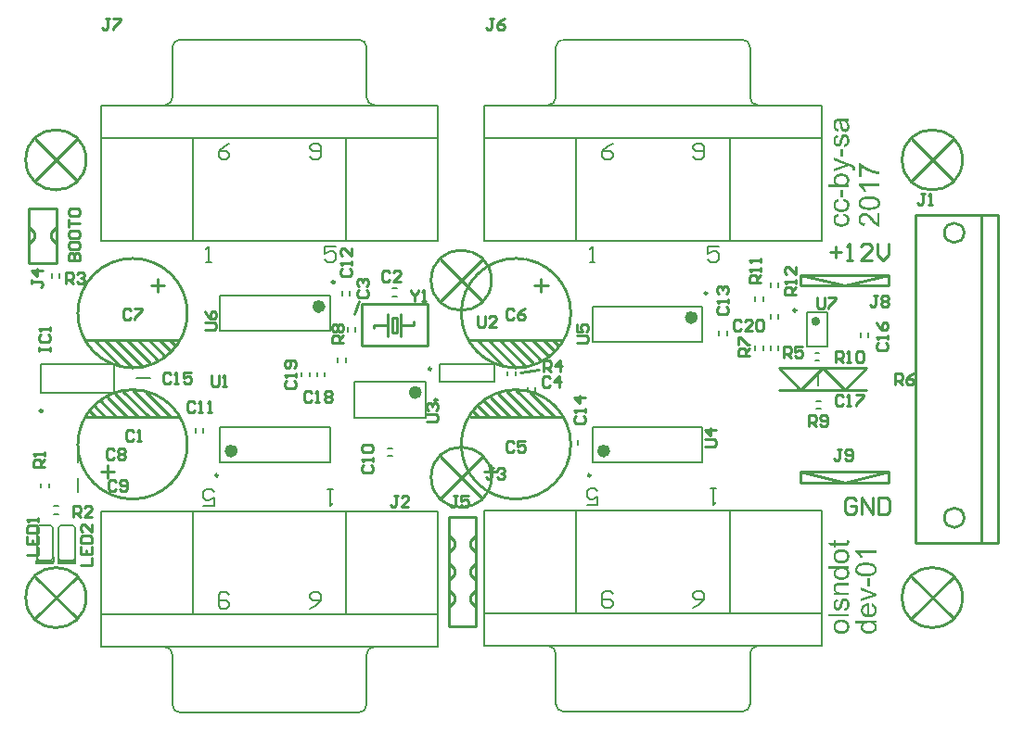
<source format=gto>
From 3195cfbb1ec583abd57b78847ff72583a38770d4 Mon Sep 17 00:00:00 2001
From: jaseg <git@jaseg.net>
Date: Sat, 25 Nov 2017 13:22:19 +0100
Subject: Initial commit

positioning is still a bit broken
---
 led_drv.GTO | 5494 +++++++++++++++++++++++++++++++++++++++++++++++++++++++++++
 1 file changed, 5494 insertions(+)
 create mode 100644 led_drv.GTO

(limited to 'led_drv.GTO')

diff --git a/led_drv.GTO b/led_drv.GTO
new file mode 100644
index 0000000..8d5a26f
--- /dev/null
+++ b/led_drv.GTO
@@ -0,0 +1,5494 @@
+G04 Layer_Color=65535*
+%FSLAX25Y25*%
+%MOIN*%
+G70*
+G01*
+G75*
+%ADD26C,0.01000*%
+%ADD45C,0.02362*%
+%ADD46C,0.00984*%
+%ADD47C,0.01575*%
+%ADD48C,0.00800*%
+%ADD49C,0.00787*%
+%ADD50C,0.00591*%
+%ADD51R,0.00650X0.02300*%
+%ADD52R,0.06700X0.01800*%
+%ADD53R,0.00730X0.02560*%
+G36*
+X295421Y19457D02*
+X295524Y19433D01*
+X295663Y19399D01*
+X295813Y19353D01*
+X295963Y19284D01*
+X296124Y19191D01*
+X296147Y19180D01*
+X296193Y19145D01*
+X296262Y19076D01*
+X296355Y18984D01*
+X296458Y18880D01*
+X296562Y18742D01*
+X296666Y18580D01*
+X296758Y18396D01*
+X296770Y18373D01*
+X296793Y18304D01*
+X296827Y18200D01*
+X296862Y18061D01*
+X296908Y17888D01*
+X296943Y17693D01*
+X296966Y17473D01*
+X296977Y17243D01*
+Y17231D01*
+Y17197D01*
+Y17139D01*
+X296966Y17070D01*
+Y16978D01*
+X296954Y16874D01*
+X296920Y16632D01*
+X296873Y16367D01*
+X296793Y16101D01*
+X296689Y15836D01*
+X296620Y15721D01*
+X296539Y15606D01*
+Y15594D01*
+X296516Y15583D01*
+X296458Y15513D01*
+X296355Y15421D01*
+X296205Y15306D01*
+X296020Y15191D01*
+X295790Y15075D01*
+X295524Y14971D01*
+X295213Y14902D01*
+X295063Y15825D01*
+X295086D01*
+X295156Y15836D01*
+X295259Y15871D01*
+X295386Y15905D01*
+X295524Y15963D01*
+X295663Y16032D01*
+X295801Y16136D01*
+X295928Y16251D01*
+X295939Y16263D01*
+X295974Y16320D01*
+X296020Y16401D01*
+X296066Y16505D01*
+X296124Y16655D01*
+X296170Y16816D01*
+X296205Y17024D01*
+X296216Y17243D01*
+Y17254D01*
+Y17266D01*
+Y17300D01*
+Y17347D01*
+X296205Y17462D01*
+X296182Y17600D01*
+X296159Y17762D01*
+X296112Y17923D01*
+X296043Y18073D01*
+X295963Y18200D01*
+X295951Y18211D01*
+X295917Y18246D01*
+X295859Y18304D01*
+X295790Y18361D01*
+X295697Y18407D01*
+X295582Y18465D01*
+X295467Y18500D01*
+X295340Y18511D01*
+X295282D01*
+X295236Y18500D01*
+X295156Y18477D01*
+X295086Y18442D01*
+X294994Y18396D01*
+X294913Y18327D01*
+X294844Y18234D01*
+X294833Y18223D01*
+X294821Y18188D01*
+X294798Y18131D01*
+X294752Y18038D01*
+X294717Y17912D01*
+X294660Y17750D01*
+X294625Y17646D01*
+X294602Y17543D01*
+X294567Y17416D01*
+X294533Y17277D01*
+Y17266D01*
+X294521Y17231D01*
+X294510Y17185D01*
+X294487Y17116D01*
+X294464Y17024D01*
+X294441Y16931D01*
+X294371Y16713D01*
+X294302Y16482D01*
+X294233Y16240D01*
+X294152Y16021D01*
+X294118Y15928D01*
+X294083Y15848D01*
+X294072Y15836D01*
+X294049Y15778D01*
+X294003Y15709D01*
+X293945Y15629D01*
+X293876Y15525D01*
+X293783Y15433D01*
+X293680Y15329D01*
+X293564Y15248D01*
+X293553Y15237D01*
+X293507Y15214D01*
+X293438Y15191D01*
+X293345Y15156D01*
+X293242Y15110D01*
+X293115Y15087D01*
+X292976Y15064D01*
+X292826Y15052D01*
+X292769D01*
+X292688Y15064D01*
+X292607Y15075D01*
+X292504Y15087D01*
+X292388Y15121D01*
+X292262Y15156D01*
+X292146Y15214D01*
+X292135Y15225D01*
+X292089Y15248D01*
+X292031Y15283D01*
+X291962Y15340D01*
+X291881Y15398D01*
+X291800Y15479D01*
+X291708Y15571D01*
+X291627Y15675D01*
+X291616Y15686D01*
+X291604Y15721D01*
+X291570Y15767D01*
+X291535Y15836D01*
+X291489Y15917D01*
+X291443Y16021D01*
+X291397Y16136D01*
+X291351Y16263D01*
+Y16286D01*
+X291328Y16332D01*
+X291316Y16401D01*
+X291293Y16505D01*
+X291270Y16632D01*
+X291258Y16759D01*
+X291235Y16908D01*
+Y17070D01*
+Y17081D01*
+Y17105D01*
+Y17128D01*
+Y17174D01*
+X291247Y17300D01*
+X291258Y17450D01*
+X291281Y17635D01*
+X291316Y17819D01*
+X291362Y18015D01*
+X291431Y18200D01*
+Y18211D01*
+X291443Y18223D01*
+X291466Y18281D01*
+X291512Y18373D01*
+X291558Y18477D01*
+X291639Y18592D01*
+X291720Y18719D01*
+X291823Y18834D01*
+X291939Y18926D01*
+X291950Y18938D01*
+X291996Y18961D01*
+X292065Y19007D01*
+X292158Y19065D01*
+X292273Y19111D01*
+X292423Y19168D01*
+X292584Y19215D01*
+X292769Y19261D01*
+X292896Y18350D01*
+X292873D01*
+X292826Y18338D01*
+X292746Y18315D01*
+X292653Y18281D01*
+X292550Y18234D01*
+X292446Y18165D01*
+X292331Y18085D01*
+X292238Y17981D01*
+X292227Y17969D01*
+X292204Y17923D01*
+X292158Y17854D01*
+X292112Y17762D01*
+X292077Y17646D01*
+X292031Y17496D01*
+X292008Y17335D01*
+X291996Y17139D01*
+Y17128D01*
+Y17116D01*
+Y17081D01*
+Y17035D01*
+X292008Y16920D01*
+X292019Y16782D01*
+X292054Y16632D01*
+X292089Y16482D01*
+X292146Y16332D01*
+X292215Y16217D01*
+X292227Y16205D01*
+X292250Y16171D01*
+X292296Y16136D01*
+X292354Y16090D01*
+X292423Y16032D01*
+X292515Y15998D01*
+X292607Y15963D01*
+X292711Y15951D01*
+X292746D01*
+X292780Y15963D01*
+X292826D01*
+X292930Y15998D01*
+X293045Y16055D01*
+X293057Y16067D01*
+X293069Y16078D01*
+X293126Y16148D01*
+X293172Y16194D01*
+X293207Y16251D01*
+X293253Y16332D01*
+X293288Y16413D01*
+Y16424D01*
+X293299Y16447D01*
+X293311Y16493D01*
+X293334Y16574D01*
+X293368Y16678D01*
+X293414Y16828D01*
+X293461Y17012D01*
+X293495Y17116D01*
+X293530Y17243D01*
+Y17254D01*
+X293541Y17289D01*
+X293553Y17335D01*
+X293576Y17404D01*
+X293599Y17485D01*
+X293622Y17577D01*
+X293680Y17785D01*
+X293749Y18015D01*
+X293829Y18246D01*
+X293899Y18453D01*
+X293933Y18546D01*
+X293968Y18626D01*
+X293979Y18650D01*
+X294003Y18696D01*
+X294037Y18765D01*
+X294083Y18846D01*
+X294152Y18949D01*
+X294245Y19053D01*
+X294337Y19145D01*
+X294452Y19238D01*
+X294464Y19249D01*
+X294510Y19272D01*
+X294579Y19307D01*
+X294671Y19353D01*
+X294787Y19399D01*
+X294925Y19433D01*
+X295075Y19457D01*
+X295248Y19468D01*
+X295328D01*
+X295421Y19457D01*
+D02*
+G37*
+G36*
+X303292Y32266D02*
+X303418D01*
+X303568Y32255D01*
+X303730Y32243D01*
+X304076Y32209D01*
+X304433Y32163D01*
+X304790Y32094D01*
+X304952Y32047D01*
+X305113Y32001D01*
+X305125D01*
+X305148Y31990D01*
+X305194Y31978D01*
+X305252Y31955D01*
+X305321Y31920D01*
+X305390Y31886D01*
+X305574Y31794D01*
+X305782Y31678D01*
+X305990Y31540D01*
+X306197Y31379D01*
+X306382Y31183D01*
+Y31171D01*
+X306405Y31160D01*
+X306416Y31125D01*
+X306451Y31090D01*
+X306520Y30964D01*
+X306601Y30814D01*
+X306681Y30606D01*
+X306751Y30375D01*
+X306797Y30110D01*
+X306820Y29811D01*
+Y29799D01*
+Y29764D01*
+Y29707D01*
+X306808Y29626D01*
+X306797Y29534D01*
+X306774Y29430D01*
+X306751Y29315D01*
+X306728Y29188D01*
+X306635Y28911D01*
+X306566Y28761D01*
+X306497Y28623D01*
+X306405Y28473D01*
+X306301Y28335D01*
+X306186Y28208D01*
+X306047Y28081D01*
+X306036Y28069D01*
+X306001Y28047D01*
+X305943Y28012D01*
+X305863Y27966D01*
+X305759Y27908D01*
+X305632Y27850D01*
+X305482Y27781D01*
+X305298Y27712D01*
+X305102Y27643D01*
+X304871Y27574D01*
+X304618Y27516D01*
+X304341Y27458D01*
+X304029Y27412D01*
+X303707Y27378D01*
+X303338Y27355D01*
+X302957Y27343D01*
+X302738D01*
+X302623Y27355D01*
+X302496D01*
+X302346Y27366D01*
+X302185Y27378D01*
+X301839Y27412D01*
+X301481Y27458D01*
+X301124Y27516D01*
+X300962Y27562D01*
+X300801Y27608D01*
+X300790D01*
+X300766Y27620D01*
+X300720Y27643D01*
+X300663Y27666D01*
+X300593Y27689D01*
+X300513Y27724D01*
+X300328Y27816D01*
+X300121Y27931D01*
+X299913Y28069D01*
+X299717Y28231D01*
+X299533Y28427D01*
+Y28438D01*
+X299510Y28450D01*
+X299487Y28485D01*
+X299464Y28531D01*
+X299394Y28646D01*
+X299302Y28808D01*
+X299221Y29004D01*
+X299152Y29246D01*
+X299106Y29511D01*
+X299083Y29811D01*
+Y29822D01*
+Y29834D01*
+Y29868D01*
+Y29914D01*
+X299095Y30030D01*
+X299118Y30168D01*
+X299141Y30329D01*
+X299187Y30514D01*
+X299256Y30698D01*
+X299337Y30871D01*
+X299348Y30894D01*
+X299383Y30952D01*
+X299441Y31033D01*
+X299510Y31148D01*
+X299613Y31263D01*
+X299740Y31390D01*
+X299879Y31517D01*
+X300040Y31632D01*
+X300063Y31644D01*
+X300121Y31678D01*
+X300225Y31736D01*
+X300351Y31805D01*
+X300513Y31874D01*
+X300709Y31955D01*
+X300928Y32036D01*
+X301170Y32105D01*
+X301182D01*
+X301205Y32117D01*
+X301239D01*
+X301297Y32128D01*
+X301355Y32151D01*
+X301435Y32163D01*
+X301539Y32174D01*
+X301643Y32197D01*
+X301770Y32209D01*
+X301896Y32220D01*
+X302046Y32243D01*
+X302208Y32255D01*
+X302381Y32266D01*
+X302554D01*
+X302957Y32278D01*
+X303176D01*
+X303292Y32266D01*
+D02*
+G37*
+G36*
+X304421Y23723D02*
+X303488D01*
+Y26571D01*
+X304421D01*
+Y23723D01*
+D02*
+G37*
+G36*
+X295017Y163192D02*
+X295063Y163181D01*
+X295121Y163169D01*
+X295202Y163146D01*
+X295294Y163123D01*
+X295513Y163054D01*
+X295743Y162950D01*
+X295997Y162812D01*
+X296228Y162639D01*
+X296447Y162431D01*
+Y162420D01*
+X296470Y162408D01*
+X296493Y162374D01*
+X296528Y162328D01*
+X296574Y162258D01*
+X296620Y162189D01*
+X296712Y162016D01*
+X296804Y161797D01*
+X296897Y161532D01*
+X296954Y161244D01*
+X296966Y161082D01*
+X296977Y160921D01*
+Y160909D01*
+Y160875D01*
+Y160817D01*
+X296966Y160736D01*
+X296954Y160644D01*
+X296943Y160529D01*
+X296920Y160414D01*
+X296885Y160275D01*
+X296804Y159987D01*
+X296735Y159837D01*
+X296666Y159687D01*
+X296585Y159537D01*
+X296493Y159399D01*
+X296378Y159260D01*
+X296251Y159122D01*
+X296239Y159111D01*
+X296216Y159088D01*
+X296170Y159064D01*
+X296112Y159018D01*
+X296032Y158961D01*
+X295939Y158903D01*
+X295836Y158845D01*
+X295709Y158788D01*
+X295571Y158719D01*
+X295409Y158661D01*
+X295236Y158603D01*
+X295040Y158546D01*
+X294844Y158500D01*
+X294614Y158476D01*
+X294383Y158453D01*
+X294129Y158442D01*
+X293979D01*
+X293899Y158453D01*
+X293818D01*
+X293599Y158476D01*
+X293357Y158511D01*
+X293103Y158569D01*
+X292826Y158638D01*
+X292573Y158730D01*
+X292561D01*
+X292538Y158742D01*
+X292504Y158765D01*
+X292458Y158788D01*
+X292342Y158857D01*
+X292192Y158949D01*
+X292031Y159076D01*
+X291869Y159226D01*
+X291708Y159410D01*
+X291570Y159618D01*
+Y159629D01*
+X291558Y159641D01*
+X291535Y159676D01*
+X291512Y159722D01*
+X291466Y159848D01*
+X291397Y160010D01*
+X291339Y160194D01*
+X291281Y160425D01*
+X291247Y160667D01*
+X291235Y160921D01*
+Y160932D01*
+Y160955D01*
+Y161013D01*
+X291247Y161071D01*
+Y161151D01*
+X291258Y161232D01*
+X291293Y161440D01*
+X291351Y161670D01*
+X291431Y161924D01*
+X291547Y162166D01*
+X291697Y162385D01*
+Y162397D01*
+X291720Y162408D01*
+X291777Y162477D01*
+X291881Y162570D01*
+X292019Y162685D01*
+X292204Y162812D01*
+X292423Y162927D01*
+X292688Y163031D01*
+X292976Y163111D01*
+X293115Y162212D01*
+X293103D01*
+X293092Y162201D01*
+X293022Y162189D01*
+X292930Y162154D01*
+X292803Y162108D01*
+X292665Y162039D01*
+X292527Y161959D01*
+X292400Y161866D01*
+X292284Y161751D01*
+X292273Y161740D01*
+X292238Y161693D01*
+X292192Y161624D01*
+X292135Y161532D01*
+X292089Y161417D01*
+X292042Y161290D01*
+X292008Y161128D01*
+X291996Y160967D01*
+Y160955D01*
+Y160932D01*
+Y160898D01*
+X292008Y160852D01*
+X292019Y160725D01*
+X292054Y160563D01*
+X292123Y160379D01*
+X292215Y160194D01*
+X292331Y159998D01*
+X292411Y159906D01*
+X292504Y159826D01*
+X292527Y159802D01*
+X292561Y159791D01*
+X292596Y159756D01*
+X292653Y159722D01*
+X292723Y159687D01*
+X292803Y159652D01*
+X292896Y159618D01*
+X292999Y159572D01*
+X293115Y159537D01*
+X293253Y159503D01*
+X293391Y159468D01*
+X293553Y159433D01*
+X293726Y159422D01*
+X293910Y159399D01*
+X294210D01*
+X294291Y159410D01*
+X294383D01*
+X294487Y159422D01*
+X294717Y159457D01*
+X294983Y159503D01*
+X295259Y159572D01*
+X295501Y159676D01*
+X295617Y159745D01*
+X295720Y159814D01*
+X295743Y159837D01*
+X295801Y159895D01*
+X295882Y159987D01*
+X295963Y160114D01*
+X296055Y160264D01*
+X296135Y160460D01*
+X296193Y160667D01*
+X296205Y160783D01*
+X296216Y160909D01*
+Y160921D01*
+Y160932D01*
+Y161002D01*
+X296193Y161105D01*
+X296170Y161232D01*
+X296135Y161371D01*
+X296078Y161532D01*
+X295997Y161682D01*
+X295882Y161820D01*
+X295870Y161832D01*
+X295813Y161878D01*
+X295743Y161947D01*
+X295628Y162016D01*
+X295478Y162097D01*
+X295305Y162178D01*
+X295086Y162247D01*
+X294844Y162293D01*
+X294971Y163204D01*
+X294983D01*
+X295017Y163192D01*
+D02*
+G37*
+G36*
+Y157900D02*
+X295063Y157888D01*
+X295121Y157877D01*
+X295202Y157854D01*
+X295294Y157831D01*
+X295513Y157762D01*
+X295743Y157658D01*
+X295997Y157519D01*
+X296228Y157346D01*
+X296447Y157139D01*
+Y157127D01*
+X296470Y157116D01*
+X296493Y157081D01*
+X296528Y157035D01*
+X296574Y156966D01*
+X296620Y156897D01*
+X296712Y156724D01*
+X296804Y156505D01*
+X296897Y156240D01*
+X296954Y155951D01*
+X296966Y155790D01*
+X296977Y155629D01*
+Y155617D01*
+Y155582D01*
+Y155525D01*
+X296966Y155444D01*
+X296954Y155352D01*
+X296943Y155236D01*
+X296920Y155121D01*
+X296885Y154983D01*
+X296804Y154695D01*
+X296735Y154545D01*
+X296666Y154395D01*
+X296585Y154245D01*
+X296493Y154107D01*
+X296378Y153968D01*
+X296251Y153830D01*
+X296239Y153818D01*
+X296216Y153795D01*
+X296170Y153772D01*
+X296112Y153726D01*
+X296032Y153668D01*
+X295939Y153611D01*
+X295836Y153553D01*
+X295709Y153496D01*
+X295571Y153426D01*
+X295409Y153369D01*
+X295236Y153311D01*
+X295040Y153253D01*
+X294844Y153207D01*
+X294614Y153184D01*
+X294383Y153161D01*
+X294129Y153150D01*
+X293979D01*
+X293899Y153161D01*
+X293818D01*
+X293599Y153184D01*
+X293357Y153219D01*
+X293103Y153276D01*
+X292826Y153346D01*
+X292573Y153438D01*
+X292561D01*
+X292538Y153449D01*
+X292504Y153472D01*
+X292458Y153496D01*
+X292342Y153565D01*
+X292192Y153657D01*
+X292031Y153784D01*
+X291869Y153934D01*
+X291708Y154118D01*
+X291570Y154326D01*
+Y154337D01*
+X291558Y154349D01*
+X291535Y154383D01*
+X291512Y154429D01*
+X291466Y154556D01*
+X291397Y154718D01*
+X291339Y154902D01*
+X291281Y155133D01*
+X291247Y155375D01*
+X291235Y155629D01*
+Y155640D01*
+Y155663D01*
+Y155721D01*
+X291247Y155778D01*
+Y155859D01*
+X291258Y155940D01*
+X291293Y156147D01*
+X291351Y156378D01*
+X291431Y156632D01*
+X291547Y156874D01*
+X291697Y157093D01*
+Y157104D01*
+X291720Y157116D01*
+X291777Y157185D01*
+X291881Y157277D01*
+X292019Y157393D01*
+X292204Y157519D01*
+X292423Y157635D01*
+X292688Y157739D01*
+X292976Y157819D01*
+X293115Y156920D01*
+X293103D01*
+X293092Y156908D01*
+X293022Y156897D01*
+X292930Y156862D01*
+X292803Y156816D01*
+X292665Y156747D01*
+X292527Y156666D01*
+X292400Y156574D01*
+X292284Y156459D01*
+X292273Y156447D01*
+X292238Y156401D01*
+X292192Y156332D01*
+X292135Y156240D01*
+X292089Y156124D01*
+X292042Y155998D01*
+X292008Y155836D01*
+X291996Y155675D01*
+Y155663D01*
+Y155640D01*
+Y155605D01*
+X292008Y155559D01*
+X292019Y155432D01*
+X292054Y155271D01*
+X292123Y155087D01*
+X292215Y154902D01*
+X292331Y154706D01*
+X292411Y154614D01*
+X292504Y154533D01*
+X292527Y154510D01*
+X292561Y154499D01*
+X292596Y154464D01*
+X292653Y154429D01*
+X292723Y154395D01*
+X292803Y154360D01*
+X292896Y154326D01*
+X292999Y154279D01*
+X293115Y154245D01*
+X293253Y154210D01*
+X293391Y154176D01*
+X293553Y154141D01*
+X293726Y154130D01*
+X293910Y154107D01*
+X294210D01*
+X294291Y154118D01*
+X294383D01*
+X294487Y154130D01*
+X294717Y154164D01*
+X294983Y154210D01*
+X295259Y154279D01*
+X295501Y154383D01*
+X295617Y154453D01*
+X295720Y154522D01*
+X295743Y154545D01*
+X295801Y154602D01*
+X295882Y154695D01*
+X295963Y154822D01*
+X296055Y154971D01*
+X296135Y155167D01*
+X296193Y155375D01*
+X296205Y155490D01*
+X296216Y155617D01*
+Y155629D01*
+Y155640D01*
+Y155709D01*
+X296193Y155813D01*
+X296170Y155940D01*
+X296135Y156078D01*
+X296078Y156240D01*
+X295997Y156389D01*
+X295882Y156528D01*
+X295870Y156539D01*
+X295813Y156586D01*
+X295743Y156655D01*
+X295628Y156724D01*
+X295478Y156805D01*
+X295305Y156885D01*
+X295086Y156955D01*
+X294844Y157001D01*
+X294971Y157912D01*
+X294983D01*
+X295017Y157900D01*
+D02*
+G37*
+G36*
+X306693Y35795D02*
+X300766D01*
+X300778Y35783D01*
+X300824Y35737D01*
+X300882Y35656D01*
+X300962Y35552D01*
+X301066Y35426D01*
+X301170Y35276D01*
+X301297Y35103D01*
+X301412Y34907D01*
+Y34895D01*
+X301424Y34884D01*
+X301470Y34815D01*
+X301528Y34711D01*
+X301597Y34584D01*
+X301677Y34434D01*
+X301747Y34273D01*
+X301827Y34100D01*
+X301896Y33938D01*
+X300986D01*
+Y33950D01*
+X300974Y33973D01*
+X300951Y34019D01*
+X300916Y34065D01*
+X300882Y34134D01*
+X300847Y34215D01*
+X300743Y34400D01*
+X300617Y34607D01*
+X300467Y34838D01*
+X300294Y35068D01*
+X300109Y35287D01*
+X300098Y35299D01*
+X300086Y35310D01*
+X300017Y35380D01*
+X299913Y35483D01*
+X299786Y35610D01*
+X299625Y35748D01*
+X299452Y35887D01*
+X299268Y36014D01*
+X299083Y36118D01*
+Y36729D01*
+X306693D01*
+Y35795D01*
+D02*
+G37*
+G36*
+Y21186D02*
+Y20310D01*
+X301205Y18223D01*
+Y19203D01*
+X304502Y20379D01*
+X304525Y20391D01*
+X304594Y20414D01*
+X304698Y20448D01*
+X304837Y20494D01*
+X304998Y20552D01*
+X305183Y20610D01*
+X305390Y20679D01*
+X305598Y20736D01*
+X305574Y20748D01*
+X305517Y20760D01*
+X305425Y20794D01*
+X305309Y20829D01*
+X305159Y20875D01*
+X304975Y20933D01*
+X304779Y21002D01*
+X304560Y21082D01*
+X301205Y22305D01*
+Y23261D01*
+X306693Y21186D01*
+D02*
+G37*
+G36*
+Y10578D02*
+X306013D01*
+X306024Y10567D01*
+X306047Y10555D01*
+X306082Y10521D01*
+X306139Y10475D01*
+X306197Y10429D01*
+X306266Y10359D01*
+X306335Y10279D01*
+X306416Y10187D01*
+X306485Y10083D01*
+X306566Y9967D01*
+X306635Y9841D01*
+X306693Y9714D01*
+X306751Y9564D01*
+X306785Y9403D01*
+X306808Y9229D01*
+X306820Y9045D01*
+Y9033D01*
+Y9010D01*
+Y8976D01*
+X306808Y8930D01*
+X306797Y8803D01*
+X306774Y8653D01*
+X306728Y8457D01*
+X306670Y8261D01*
+X306578Y8042D01*
+X306462Y7834D01*
+Y7823D01*
+X306451Y7811D01*
+X306393Y7742D01*
+X306312Y7650D01*
+X306197Y7523D01*
+X306059Y7396D01*
+X305886Y7246D01*
+X305690Y7119D01*
+X305459Y6993D01*
+X305448D01*
+X305425Y6981D01*
+X305390Y6970D01*
+X305344Y6947D01*
+X305286Y6923D01*
+X305205Y6900D01*
+X305021Y6843D01*
+X304802Y6785D01*
+X304548Y6739D01*
+X304272Y6704D01*
+X303960Y6693D01*
+X303822D01*
+X303753Y6704D01*
+X303660D01*
+X303465Y6728D01*
+X303234Y6762D01*
+X302992Y6808D01*
+X302727Y6866D01*
+X302473Y6958D01*
+X302461D01*
+X302438Y6970D01*
+X302404Y6993D01*
+X302358Y7016D01*
+X302242Y7073D01*
+X302092Y7166D01*
+X301920Y7281D01*
+X301747Y7419D01*
+X301585Y7581D01*
+X301435Y7777D01*
+Y7788D01*
+X301424Y7800D01*
+X301378Y7869D01*
+X301320Y7984D01*
+X301251Y8134D01*
+X301193Y8319D01*
+X301135Y8526D01*
+X301089Y8757D01*
+X301078Y8999D01*
+Y9010D01*
+Y9022D01*
+Y9080D01*
+X301089Y9172D01*
+X301101Y9299D01*
+X301135Y9426D01*
+X301170Y9575D01*
+X301228Y9725D01*
+X301297Y9875D01*
+X301308Y9898D01*
+X301331Y9944D01*
+X301378Y10013D01*
+X301447Y10106D01*
+X301516Y10198D01*
+X301608Y10313D01*
+X301724Y10417D01*
+X301839Y10509D01*
+X299118D01*
+Y11443D01*
+X306693D01*
+Y10578D01*
+D02*
+G37*
+G36*
+X296839Y40337D02*
+X296850Y40291D01*
+X296862Y40222D01*
+X296873Y40118D01*
+X296897Y40015D01*
+X296908Y39899D01*
+X296920Y39657D01*
+Y39634D01*
+Y39577D01*
+X296908Y39484D01*
+X296897Y39369D01*
+X296885Y39242D01*
+X296850Y39104D01*
+X296816Y38977D01*
+X296770Y38862D01*
+X296758Y38850D01*
+X296735Y38816D01*
+X296701Y38769D01*
+X296654Y38712D01*
+X296597Y38642D01*
+X296528Y38585D01*
+X296447Y38516D01*
+X296355Y38470D01*
+X296343D01*
+X296297Y38458D01*
+X296228Y38435D01*
+X296112Y38423D01*
+X295963Y38400D01*
+X295882Y38389D01*
+X295778Y38377D01*
+X295663D01*
+X295536Y38366D01*
+X292089D01*
+Y37674D01*
+X291362D01*
+Y38366D01*
+X290013D01*
+X289448Y39300D01*
+X291362D01*
+Y40234D01*
+X292089D01*
+Y39300D01*
+X295432D01*
+X295513Y39311D01*
+X295686Y39323D01*
+X295755Y39334D01*
+X295813Y39346D01*
+X295836Y39357D01*
+X295882Y39380D01*
+X295939Y39427D01*
+X295997Y39496D01*
+X296009Y39519D01*
+X296020Y39577D01*
+X296043Y39680D01*
+X296055Y39819D01*
+Y39830D01*
+Y39853D01*
+Y39888D01*
+Y39934D01*
+X296043Y39992D01*
+Y40061D01*
+X296020Y40234D01*
+X296839Y40361D01*
+Y40337D01*
+D02*
+G37*
+G36*
+X294302Y37109D02*
+X294406D01*
+X294521Y37097D01*
+X294648Y37086D01*
+X294913Y37040D01*
+X295190Y36982D01*
+X295467Y36902D01*
+X295709Y36798D01*
+X295720D01*
+X295732Y36786D01*
+X295813Y36740D01*
+X295917Y36659D01*
+X296055Y36556D01*
+X296205Y36429D01*
+X296355Y36267D01*
+X296504Y36083D01*
+X296643Y35864D01*
+Y35852D01*
+X296654Y35841D01*
+X296677Y35806D01*
+X296689Y35760D01*
+X296747Y35633D01*
+X296804Y35472D01*
+X296873Y35276D01*
+X296920Y35057D01*
+X296966Y34815D01*
+X296977Y34549D01*
+Y34538D01*
+Y34503D01*
+Y34434D01*
+X296966Y34353D01*
+X296954Y34261D01*
+X296943Y34146D01*
+X296920Y34019D01*
+X296885Y33881D01*
+X296793Y33592D01*
+X296735Y33431D01*
+X296666Y33281D01*
+X296585Y33120D01*
+X296481Y32970D01*
+X296366Y32820D01*
+X296239Y32682D01*
+X296228Y32670D01*
+X296205Y32647D01*
+X296159Y32612D01*
+X296101Y32578D01*
+X296020Y32520D01*
+X295928Y32462D01*
+X295824Y32393D01*
+X295697Y32336D01*
+X295548Y32266D01*
+X295398Y32197D01*
+X295213Y32140D01*
+X295029Y32094D01*
+X294821Y32047D01*
+X294602Y32013D01*
+X294360Y31990D01*
+X294106Y31978D01*
+X294037D01*
+X293956Y31990D01*
+X293853D01*
+X293726Y32001D01*
+X293587Y32024D01*
+X293426Y32047D01*
+X293253Y32082D01*
+X293069Y32128D01*
+X292884Y32186D01*
+X292700Y32255D01*
+X292515Y32336D01*
+X292331Y32428D01*
+X292158Y32543D01*
+X291996Y32670D01*
+X291846Y32820D01*
+X291835Y32831D01*
+X291823Y32855D01*
+X291789Y32889D01*
+X291754Y32947D01*
+X291708Y33016D01*
+X291650Y33097D01*
+X291593Y33189D01*
+X291535Y33304D01*
+X291489Y33419D01*
+X291431Y33546D01*
+X291328Y33846D01*
+X291258Y34180D01*
+X291247Y34365D01*
+X291235Y34549D01*
+Y34561D01*
+Y34596D01*
+Y34653D01*
+X291247Y34734D01*
+X291258Y34838D01*
+X291270Y34941D01*
+X291293Y35068D01*
+X291328Y35207D01*
+X291420Y35495D01*
+X291477Y35645D01*
+X291547Y35806D01*
+X291639Y35956D01*
+X291743Y36106D01*
+X291858Y36256D01*
+X291985Y36394D01*
+X291996Y36406D01*
+X292019Y36429D01*
+X292065Y36463D01*
+X292123Y36509D01*
+X292192Y36567D01*
+X292284Y36625D01*
+X292400Y36694D01*
+X292515Y36763D01*
+X292653Y36821D01*
+X292815Y36890D01*
+X292976Y36948D01*
+X293161Y37005D01*
+X293357Y37051D01*
+X293576Y37086D01*
+X293795Y37109D01*
+X294037Y37121D01*
+X294210D01*
+X294302Y37109D01*
+D02*
+G37*
+G36*
+X296850Y24092D02*
+X293322D01*
+X293195Y24080D01*
+X293069Y24069D01*
+X292919Y24046D01*
+X292792Y24011D01*
+X292676Y23976D01*
+X292665D01*
+X292630Y23953D01*
+X292573Y23930D01*
+X292515Y23896D01*
+X292434Y23838D01*
+X292365Y23769D01*
+X292284Y23688D01*
+X292215Y23596D01*
+X292204Y23584D01*
+X292192Y23550D01*
+X292158Y23492D01*
+X292123Y23411D01*
+X292100Y23319D01*
+X292065Y23204D01*
+X292054Y23089D01*
+X292042Y22950D01*
+Y22939D01*
+Y22927D01*
+Y22893D01*
+Y22846D01*
+X292065Y22743D01*
+X292089Y22593D01*
+X292135Y22431D01*
+X292204Y22270D01*
+X292296Y22085D01*
+X292423Y21924D01*
+X292446Y21901D01*
+X292504Y21855D01*
+X292596Y21786D01*
+X292665Y21751D01*
+X292746Y21716D01*
+X292838Y21670D01*
+X292942Y21636D01*
+X293057Y21601D01*
+X293184Y21567D01*
+X293334Y21532D01*
+X293495Y21520D01*
+X293668Y21497D01*
+X296850D01*
+Y20563D01*
+X291362D01*
+Y21405D01*
+X292146D01*
+X292135Y21417D01*
+X292112Y21428D01*
+X292065Y21463D01*
+X292008Y21520D01*
+X291939Y21578D01*
+X291858Y21659D01*
+X291777Y21739D01*
+X291685Y21843D01*
+X291604Y21970D01*
+X291524Y22097D01*
+X291443Y22235D01*
+X291374Y22397D01*
+X291316Y22558D01*
+X291270Y22743D01*
+X291247Y22939D01*
+X291235Y23146D01*
+Y23158D01*
+Y23169D01*
+Y23227D01*
+X291247Y23331D01*
+X291258Y23446D01*
+X291281Y23584D01*
+X291316Y23746D01*
+X291362Y23896D01*
+X291420Y24057D01*
+X291431Y24080D01*
+X291454Y24126D01*
+X291489Y24195D01*
+X291547Y24288D01*
+X291616Y24392D01*
+X291697Y24495D01*
+X291789Y24599D01*
+X291893Y24680D01*
+X291904Y24691D01*
+X291939Y24714D01*
+X292008Y24749D01*
+X292089Y24795D01*
+X292181Y24841D01*
+X292296Y24887D01*
+X292434Y24933D01*
+X292573Y24968D01*
+X292584D01*
+X292619Y24980D01*
+X292688Y24991D01*
+X292780Y25003D01*
+X292907D01*
+X293069Y25014D01*
+X293253Y25026D01*
+X296850D01*
+Y24092D01*
+D02*
+G37*
+G36*
+X304191Y17646D02*
+Y13565D01*
+X304225D01*
+X304283Y13576D01*
+X304341D01*
+X304421Y13588D01*
+X304502Y13599D01*
+X304710Y13645D01*
+X304929Y13715D01*
+X305159Y13795D01*
+X305390Y13922D01*
+X305586Y14072D01*
+X305609Y14095D01*
+X305655Y14153D01*
+X305736Y14257D01*
+X305817Y14383D01*
+X305909Y14556D01*
+X305990Y14752D01*
+X306036Y14971D01*
+X306059Y15214D01*
+Y15225D01*
+Y15237D01*
+Y15306D01*
+X306047Y15398D01*
+X306024Y15513D01*
+X305990Y15652D01*
+X305943Y15802D01*
+X305886Y15951D01*
+X305794Y16090D01*
+X305782Y16101D01*
+X305736Y16148D01*
+X305678Y16217D01*
+X305574Y16297D01*
+X305459Y16390D01*
+X305309Y16482D01*
+X305125Y16574D01*
+X304917Y16666D01*
+X305044Y17623D01*
+X305056D01*
+X305079Y17612D01*
+X305125Y17600D01*
+X305183Y17577D01*
+X305252Y17554D01*
+X305332Y17520D01*
+X305528Y17427D01*
+X305736Y17312D01*
+X305955Y17174D01*
+X306174Y16989D01*
+X306359Y16782D01*
+Y16770D01*
+X306382Y16759D01*
+X306405Y16724D01*
+X306428Y16666D01*
+X306462Y16609D01*
+X306508Y16540D01*
+X306543Y16459D01*
+X306589Y16355D01*
+X306670Y16136D01*
+X306751Y15859D01*
+X306797Y15560D01*
+X306820Y15214D01*
+Y15202D01*
+Y15156D01*
+Y15098D01*
+X306808Y15018D01*
+X306797Y14914D01*
+X306785Y14798D01*
+X306762Y14672D01*
+X306728Y14522D01*
+X306635Y14222D01*
+X306578Y14061D01*
+X306508Y13911D01*
+X306428Y13749D01*
+X306324Y13599D01*
+X306209Y13450D01*
+X306082Y13311D01*
+X306070Y13300D01*
+X306047Y13276D01*
+X306001Y13242D01*
+X305943Y13207D01*
+X305874Y13150D01*
+X305782Y13092D01*
+X305667Y13023D01*
+X305540Y12965D01*
+X305401Y12896D01*
+X305252Y12827D01*
+X305079Y12769D01*
+X304894Y12723D01*
+X304698Y12677D01*
+X304479Y12642D01*
+X304248Y12619D01*
+X304006Y12608D01*
+X303868D01*
+X303776Y12619D01*
+X303660Y12631D01*
+X303522Y12642D01*
+X303372Y12665D01*
+X303211Y12700D01*
+X302865Y12781D01*
+X302692Y12838D01*
+X302507Y12908D01*
+X302335Y12988D01*
+X302162Y13081D01*
+X302000Y13184D01*
+X301850Y13311D01*
+X301839Y13323D01*
+X301816Y13346D01*
+X301781Y13380D01*
+X301724Y13438D01*
+X301666Y13507D01*
+X301608Y13599D01*
+X301539Y13692D01*
+X301458Y13807D01*
+X301389Y13934D01*
+X301320Y14072D01*
+X301262Y14222D01*
+X301193Y14395D01*
+X301147Y14568D01*
+X301112Y14752D01*
+X301089Y14948D01*
+X301078Y15156D01*
+Y15168D01*
+Y15202D01*
+Y15260D01*
+X301089Y15340D01*
+X301101Y15433D01*
+X301112Y15548D01*
+X301135Y15663D01*
+X301170Y15802D01*
+X301262Y16078D01*
+X301320Y16228D01*
+X301401Y16378D01*
+X301481Y16528D01*
+X301585Y16678D01*
+X301700Y16816D01*
+X301839Y16955D01*
+X301850Y16966D01*
+X301873Y16989D01*
+X301920Y17024D01*
+X301977Y17070D01*
+X302058Y17116D01*
+X302150Y17174D01*
+X302254Y17243D01*
+X302381Y17312D01*
+X302531Y17370D01*
+X302680Y17439D01*
+X302853Y17496D01*
+X303049Y17554D01*
+X303245Y17589D01*
+X303465Y17623D01*
+X303695Y17646D01*
+X303949Y17658D01*
+X304087D01*
+X304191Y17646D01*
+D02*
+G37*
+G36*
+X296850Y29995D02*
+X296170D01*
+X296182Y29983D01*
+X296205Y29972D01*
+X296239Y29937D01*
+X296297Y29891D01*
+X296355Y29845D01*
+X296424Y29776D01*
+X296493Y29695D01*
+X296574Y29603D01*
+X296643Y29499D01*
+X296724Y29384D01*
+X296793Y29257D01*
+X296850Y29130D01*
+X296908Y28980D01*
+X296943Y28819D01*
+X296966Y28646D01*
+X296977Y28462D01*
+Y28450D01*
+Y28427D01*
+Y28392D01*
+X296966Y28346D01*
+X296954Y28219D01*
+X296931Y28069D01*
+X296885Y27874D01*
+X296827Y27678D01*
+X296735Y27458D01*
+X296620Y27251D01*
+Y27239D01*
+X296608Y27228D01*
+X296551Y27159D01*
+X296470Y27066D01*
+X296355Y26940D01*
+X296216Y26813D01*
+X296043Y26663D01*
+X295847Y26536D01*
+X295617Y26409D01*
+X295605D01*
+X295582Y26398D01*
+X295548Y26386D01*
+X295501Y26363D01*
+X295444Y26340D01*
+X295363Y26317D01*
+X295179Y26259D01*
+X294959Y26202D01*
+X294706Y26155D01*
+X294429Y26121D01*
+X294118Y26109D01*
+X293979D01*
+X293910Y26121D01*
+X293818D01*
+X293622Y26144D01*
+X293391Y26179D01*
+X293149Y26225D01*
+X292884Y26282D01*
+X292630Y26375D01*
+X292619D01*
+X292596Y26386D01*
+X292561Y26409D01*
+X292515Y26432D01*
+X292400Y26490D01*
+X292250Y26582D01*
+X292077Y26697D01*
+X291904Y26836D01*
+X291743Y26997D01*
+X291593Y27193D01*
+Y27205D01*
+X291581Y27216D01*
+X291535Y27286D01*
+X291477Y27401D01*
+X291408Y27551D01*
+X291351Y27735D01*
+X291293Y27943D01*
+X291247Y28173D01*
+X291235Y28415D01*
+Y28427D01*
+Y28438D01*
+Y28496D01*
+X291247Y28588D01*
+X291258Y28715D01*
+X291293Y28842D01*
+X291328Y28992D01*
+X291385Y29142D01*
+X291454Y29292D01*
+X291466Y29315D01*
+X291489Y29361D01*
+X291535Y29430D01*
+X291604Y29522D01*
+X291673Y29614D01*
+X291766Y29730D01*
+X291881Y29834D01*
+X291996Y29926D01*
+X289275D01*
+Y30860D01*
+X296850D01*
+Y29995D01*
+D02*
+G37*
+G36*
+X304473Y164080D02*
+X304599D01*
+X304749Y164068D01*
+X304911Y164057D01*
+X305257Y164022D01*
+X305614Y163976D01*
+X305972Y163907D01*
+X306133Y163861D01*
+X306294Y163815D01*
+X306306D01*
+X306329Y163803D01*
+X306375Y163792D01*
+X306433Y163769D01*
+X306502Y163734D01*
+X306571Y163700D01*
+X306756Y163607D01*
+X306963Y163492D01*
+X307171Y163354D01*
+X307378Y163192D01*
+X307563Y162996D01*
+Y162985D01*
+X307586Y162973D01*
+X307597Y162939D01*
+X307632Y162904D01*
+X307701Y162777D01*
+X307782Y162627D01*
+X307862Y162420D01*
+X307932Y162189D01*
+X307978Y161924D01*
+X308001Y161624D01*
+Y161613D01*
+Y161578D01*
+Y161520D01*
+X307989Y161440D01*
+X307978Y161347D01*
+X307955Y161244D01*
+X307932Y161128D01*
+X307909Y161002D01*
+X307816Y160725D01*
+X307747Y160575D01*
+X307678Y160437D01*
+X307586Y160287D01*
+X307482Y160148D01*
+X307367Y160021D01*
+X307228Y159895D01*
+X307217Y159883D01*
+X307182Y159860D01*
+X307125Y159826D01*
+X307044Y159779D01*
+X306940Y159722D01*
+X306813Y159664D01*
+X306663Y159595D01*
+X306479Y159526D01*
+X306283Y159457D01*
+X306052Y159387D01*
+X305799Y159330D01*
+X305522Y159272D01*
+X305211Y159226D01*
+X304888Y159191D01*
+X304519Y159168D01*
+X304138Y159157D01*
+X303919D01*
+X303804Y159168D01*
+X303677D01*
+X303527Y159180D01*
+X303366Y159191D01*
+X303020Y159226D01*
+X302662Y159272D01*
+X302305Y159330D01*
+X302144Y159376D01*
+X301982Y159422D01*
+X301971D01*
+X301948Y159433D01*
+X301902Y159457D01*
+X301844Y159480D01*
+X301775Y159503D01*
+X301694Y159537D01*
+X301509Y159629D01*
+X301302Y159745D01*
+X301094Y159883D01*
+X300898Y160045D01*
+X300714Y160241D01*
+Y160252D01*
+X300691Y160264D01*
+X300668Y160298D01*
+X300645Y160344D01*
+X300575Y160460D01*
+X300483Y160621D01*
+X300403Y160817D01*
+X300333Y161059D01*
+X300287Y161324D01*
+X300264Y161624D01*
+Y161636D01*
+Y161647D01*
+Y161682D01*
+Y161728D01*
+X300276Y161843D01*
+X300299Y161982D01*
+X300322Y162143D01*
+X300368Y162328D01*
+X300437Y162512D01*
+X300518Y162685D01*
+X300529Y162708D01*
+X300564Y162766D01*
+X300622Y162846D01*
+X300691Y162962D01*
+X300795Y163077D01*
+X300921Y163204D01*
+X301060Y163331D01*
+X301221Y163446D01*
+X301244Y163457D01*
+X301302Y163492D01*
+X301406Y163550D01*
+X301533Y163619D01*
+X301694Y163688D01*
+X301890Y163769D01*
+X302109Y163849D01*
+X302351Y163919D01*
+X302363D01*
+X302386Y163930D01*
+X302420D01*
+X302478Y163942D01*
+X302536Y163965D01*
+X302616Y163976D01*
+X302720Y163988D01*
+X302824Y164011D01*
+X302951Y164022D01*
+X303078Y164034D01*
+X303227Y164057D01*
+X303389Y164068D01*
+X303562Y164080D01*
+X303735D01*
+X304138Y164092D01*
+X304357D01*
+X304473Y164080D01*
+D02*
+G37*
+G36*
+X307874Y153150D02*
+X307747D01*
+X307666Y153161D01*
+X307574Y153173D01*
+X307470Y153184D01*
+X307355Y153219D01*
+X307240Y153253D01*
+X307228D01*
+X307217Y153265D01*
+X307148Y153288D01*
+X307055Y153334D01*
+X306917Y153403D01*
+X306767Y153484D01*
+X306594Y153599D01*
+X306421Y153715D01*
+X306237Y153865D01*
+X306225D01*
+X306214Y153887D01*
+X306144Y153945D01*
+X306041Y154037D01*
+X305902Y154176D01*
+X305741Y154349D01*
+X305545Y154556D01*
+X305326Y154810D01*
+X305084Y155087D01*
+X305072Y155098D01*
+X305038Y155144D01*
+X304992Y155202D01*
+X304911Y155283D01*
+X304830Y155386D01*
+X304726Y155502D01*
+X304507Y155755D01*
+X304242Y156032D01*
+X303977Y156309D01*
+X303850Y156447D01*
+X303723Y156562D01*
+X303596Y156666D01*
+X303481Y156758D01*
+X303470D01*
+X303458Y156782D01*
+X303423Y156805D01*
+X303377Y156828D01*
+X303262Y156897D01*
+X303112Y156978D01*
+X302939Y157058D01*
+X302755Y157127D01*
+X302547Y157174D01*
+X302351Y157197D01*
+X302328D01*
+X302259Y157185D01*
+X302155Y157174D01*
+X302028Y157150D01*
+X301878Y157093D01*
+X301729Y157024D01*
+X301567Y156931D01*
+X301417Y156793D01*
+X301406Y156770D01*
+X301360Y156724D01*
+X301302Y156632D01*
+X301221Y156516D01*
+X301152Y156367D01*
+X301094Y156193D01*
+X301048Y155986D01*
+X301037Y155755D01*
+Y155744D01*
+Y155721D01*
+Y155686D01*
+X301048Y155640D01*
+X301060Y155525D01*
+X301083Y155375D01*
+X301140Y155202D01*
+X301210Y155017D01*
+X301313Y154844D01*
+X301452Y154683D01*
+X301475Y154672D01*
+X301521Y154625D01*
+X301613Y154556D01*
+X301740Y154487D01*
+X301902Y154406D01*
+X302086Y154349D01*
+X302305Y154303D01*
+X302559Y154280D01*
+X302455Y153323D01*
+X302409D01*
+X302351Y153334D01*
+X302282Y153346D01*
+X302190Y153369D01*
+X302086Y153380D01*
+X301855Y153449D01*
+X301590Y153542D01*
+X301325Y153668D01*
+X301060Y153841D01*
+X300944Y153934D01*
+X300829Y154049D01*
+X300818Y154060D01*
+X300806Y154084D01*
+X300771Y154118D01*
+X300737Y154164D01*
+X300702Y154233D01*
+X300645Y154314D01*
+X300599Y154406D01*
+X300541Y154510D01*
+X300495Y154625D01*
+X300437Y154752D01*
+X300391Y154902D01*
+X300357Y155052D01*
+X300287Y155398D01*
+X300276Y155582D01*
+X300264Y155779D01*
+Y155790D01*
+Y155825D01*
+Y155882D01*
+X300276Y155963D01*
+X300287Y156055D01*
+X300299Y156159D01*
+X300310Y156274D01*
+X300345Y156401D01*
+X300414Y156678D01*
+X300518Y156966D01*
+X300587Y157116D01*
+X300668Y157254D01*
+X300771Y157381D01*
+X300875Y157508D01*
+X300887Y157519D01*
+X300898Y157531D01*
+X300933Y157566D01*
+X300979Y157612D01*
+X301048Y157658D01*
+X301117Y157715D01*
+X301290Y157831D01*
+X301509Y157946D01*
+X301763Y158050D01*
+X302051Y158131D01*
+X302213Y158142D01*
+X302374Y158154D01*
+X302455D01*
+X302547Y158142D01*
+X302662Y158131D01*
+X302801Y158107D01*
+X302951Y158073D01*
+X303112Y158027D01*
+X303274Y157958D01*
+X303297Y157946D01*
+X303354Y157923D01*
+X303435Y157877D01*
+X303550Y157808D01*
+X303689Y157727D01*
+X303850Y157623D01*
+X304012Y157485D01*
+X304196Y157335D01*
+X304219Y157312D01*
+X304288Y157254D01*
+X304392Y157150D01*
+X304461Y157081D01*
+X304542Y157001D01*
+X304634Y156908D01*
+X304738Y156793D01*
+X304842Y156678D01*
+X304969Y156551D01*
+X305095Y156413D01*
+X305234Y156251D01*
+X305372Y156090D01*
+X305533Y155905D01*
+X305545Y155894D01*
+X305568Y155871D01*
+X305603Y155825D01*
+X305649Y155767D01*
+X305764Y155629D01*
+X305914Y155456D01*
+X306075Y155283D01*
+X306237Y155098D01*
+X306375Y154948D01*
+X306433Y154891D01*
+X306490Y154833D01*
+X306502Y154822D01*
+X306537Y154798D01*
+X306583Y154752D01*
+X306652Y154695D01*
+X306802Y154568D01*
+X306986Y154441D01*
+Y158165D01*
+X307874D01*
+Y153150D01*
+D02*
+G37*
+G36*
+X296850Y191268D02*
+X296839Y191256D01*
+X296804Y191245D01*
+X296735Y191222D01*
+X296654Y191187D01*
+X296551Y191153D01*
+X296435Y191129D01*
+X296308Y191106D01*
+X296159Y191083D01*
+X296182Y191060D01*
+X296228Y190991D01*
+X296308Y190899D01*
+X296401Y190761D01*
+X296516Y190611D01*
+X296620Y190438D01*
+X296712Y190265D01*
+X296793Y190080D01*
+X296804Y190057D01*
+X296816Y189999D01*
+X296850Y189907D01*
+X296885Y189780D01*
+X296920Y189619D01*
+X296943Y189446D01*
+X296966Y189262D01*
+X296977Y189054D01*
+Y189042D01*
+Y189019D01*
+Y188973D01*
+X296966Y188904D01*
+Y188835D01*
+X296954Y188743D01*
+X296920Y188547D01*
+X296873Y188316D01*
+X296793Y188097D01*
+X296689Y187866D01*
+X296539Y187670D01*
+X296516Y187647D01*
+X296458Y187590D01*
+X296366Y187521D01*
+X296228Y187428D01*
+X296066Y187336D01*
+X295882Y187267D01*
+X295651Y187209D01*
+X295409Y187186D01*
+X295340D01*
+X295259Y187198D01*
+X295167Y187209D01*
+X295052Y187232D01*
+X294925Y187255D01*
+X294798Y187302D01*
+X294671Y187359D01*
+X294660Y187371D01*
+X294614Y187394D01*
+X294556Y187428D01*
+X294475Y187486D01*
+X294394Y187555D01*
+X294302Y187647D01*
+X294221Y187740D01*
+X294141Y187843D01*
+X294129Y187855D01*
+X294106Y187901D01*
+X294072Y187959D01*
+X294025Y188039D01*
+X293968Y188143D01*
+X293922Y188247D01*
+X293876Y188374D01*
+X293829Y188512D01*
+Y188524D01*
+X293818Y188570D01*
+X293807Y188627D01*
+X293783Y188720D01*
+X293760Y188835D01*
+X293737Y188985D01*
+X293714Y189146D01*
+X293691Y189342D01*
+Y189354D01*
+X293680Y189388D01*
+Y189446D01*
+X293668Y189527D01*
+X293657Y189619D01*
+X293645Y189723D01*
+X293599Y189976D01*
+X293553Y190242D01*
+X293507Y190518D01*
+X293438Y190784D01*
+X293403Y190899D01*
+X293368Y191003D01*
+X293334D01*
+X293265Y191014D01*
+X293034D01*
+X292930Y191003D01*
+X292815Y190980D01*
+X292688Y190945D01*
+X292550Y190899D01*
+X292434Y190841D01*
+X292331Y190749D01*
+X292319Y190737D01*
+X292284Y190680D01*
+X292227Y190599D01*
+X292169Y190484D01*
+X292112Y190334D01*
+X292054Y190149D01*
+X292019Y189930D01*
+X292008Y189688D01*
+Y189677D01*
+Y189665D01*
+Y189630D01*
+Y189584D01*
+X292019Y189469D01*
+X292031Y189319D01*
+X292065Y189158D01*
+X292100Y189008D01*
+X292158Y188847D01*
+X292238Y188720D01*
+X292250Y188708D01*
+X292284Y188673D01*
+X292342Y188616D01*
+X292423Y188547D01*
+X292538Y188466D01*
+X292676Y188397D01*
+X292849Y188316D01*
+X293045Y188259D01*
+X292919Y187348D01*
+X292907D01*
+X292896Y187359D01*
+X292826Y187371D01*
+X292723Y187405D01*
+X292584Y187440D01*
+X292434Y187497D01*
+X292284Y187567D01*
+X292123Y187647D01*
+X291985Y187751D01*
+X291973Y187763D01*
+X291927Y187809D01*
+X291858Y187866D01*
+X291777Y187959D01*
+X291697Y188074D01*
+X291604Y188224D01*
+X291512Y188385D01*
+X291431Y188570D01*
+Y188581D01*
+X291420Y188593D01*
+X291408Y188627D01*
+X291397Y188662D01*
+X291374Y188777D01*
+X291328Y188927D01*
+X291293Y189112D01*
+X291270Y189319D01*
+X291247Y189561D01*
+X291235Y189815D01*
+Y189827D01*
+Y189850D01*
+Y189884D01*
+Y189930D01*
+X291247Y190057D01*
+X291258Y190219D01*
+X291281Y190403D01*
+X291304Y190599D01*
+X291351Y190784D01*
+X291408Y190956D01*
+X291420Y190980D01*
+X291431Y191026D01*
+X291477Y191106D01*
+X291524Y191199D01*
+X291581Y191302D01*
+X291650Y191418D01*
+X291731Y191510D01*
+X291823Y191602D01*
+X291835Y191614D01*
+X291869Y191637D01*
+X291915Y191671D01*
+X291996Y191718D01*
+X292089Y191764D01*
+X292192Y191810D01*
+X292319Y191856D01*
+X292458Y191890D01*
+X292469D01*
+X292504Y191902D01*
+X292561Y191913D01*
+X292653Y191925D01*
+X292769D01*
+X292919Y191937D01*
+X293092Y191948D01*
+X294983D01*
+X295248Y191960D01*
+X295536D01*
+X295801Y191971D01*
+X295928Y191983D01*
+X296032D01*
+X296124Y191994D01*
+X296205Y192006D01*
+X296216D01*
+X296262Y192017D01*
+X296332Y192029D01*
+X296412Y192052D01*
+X296504Y192086D01*
+X296620Y192132D01*
+X296850Y192236D01*
+Y191268D01*
+D02*
+G37*
+G36*
+X301129Y175864D02*
+X301152Y175841D01*
+X301198Y175806D01*
+X301256Y175748D01*
+X301337Y175691D01*
+X301429Y175610D01*
+X301544Y175518D01*
+X301659Y175426D01*
+X301798Y175322D01*
+X301959Y175206D01*
+X302121Y175080D01*
+X302305Y174964D01*
+X302501Y174838D01*
+X302709Y174699D01*
+X302939Y174572D01*
+X303170Y174434D01*
+X303181Y174423D01*
+X303227Y174399D01*
+X303297Y174365D01*
+X303389Y174319D01*
+X303504Y174261D01*
+X303643Y174192D01*
+X303804Y174111D01*
+X303977Y174030D01*
+X304161Y173950D01*
+X304369Y173857D01*
+X304588Y173765D01*
+X304819Y173673D01*
+X305291Y173500D01*
+X305799Y173339D01*
+X305810D01*
+X305845Y173327D01*
+X305891Y173316D01*
+X305960Y173293D01*
+X306052Y173269D01*
+X306156Y173246D01*
+X306283Y173223D01*
+X306410Y173189D01*
+X306560Y173166D01*
+X306721Y173131D01*
+X307067Y173073D01*
+X307459Y173027D01*
+X307874Y172993D01*
+Y172036D01*
+X307782D01*
+X307713Y172047D01*
+X307632D01*
+X307528Y172059D01*
+X307401Y172070D01*
+X307275Y172082D01*
+X307125Y172105D01*
+X306952Y172128D01*
+X306779Y172151D01*
+X306594Y172186D01*
+X306387Y172220D01*
+X306179Y172266D01*
+X305718Y172382D01*
+X305706D01*
+X305660Y172393D01*
+X305591Y172416D01*
+X305499Y172439D01*
+X305383Y172474D01*
+X305257Y172520D01*
+X305107Y172566D01*
+X304934Y172624D01*
+X304761Y172693D01*
+X304565Y172762D01*
+X304150Y172924D01*
+X303712Y173120D01*
+X303274Y173339D01*
+X303262Y173350D01*
+X303216Y173373D01*
+X303158Y173408D01*
+X303078Y173454D01*
+X302974Y173512D01*
+X302858Y173581D01*
+X302732Y173661D01*
+X302582Y173742D01*
+X302270Y173950D01*
+X301936Y174180D01*
+X301602Y174423D01*
+X301279Y174688D01*
+Y170975D01*
+X300391D01*
+Y175875D01*
+X301117D01*
+X301129Y175864D01*
+D02*
+G37*
+G36*
+X307874Y167608D02*
+X301948D01*
+X301959Y167597D01*
+X302005Y167551D01*
+X302063Y167470D01*
+X302144Y167366D01*
+X302247Y167239D01*
+X302351Y167089D01*
+X302478Y166916D01*
+X302593Y166720D01*
+Y166709D01*
+X302605Y166697D01*
+X302651Y166628D01*
+X302709Y166524D01*
+X302778Y166398D01*
+X302858Y166248D01*
+X302928Y166086D01*
+X303008Y165913D01*
+X303078Y165752D01*
+X302167D01*
+Y165763D01*
+X302155Y165787D01*
+X302132Y165833D01*
+X302098Y165879D01*
+X302063Y165948D01*
+X302028Y166029D01*
+X301924Y166213D01*
+X301798Y166421D01*
+X301648Y166651D01*
+X301475Y166882D01*
+X301290Y167101D01*
+X301279Y167112D01*
+X301267Y167124D01*
+X301198Y167193D01*
+X301094Y167297D01*
+X300968Y167424D01*
+X300806Y167562D01*
+X300633Y167701D01*
+X300449Y167827D01*
+X300264Y167931D01*
+Y168542D01*
+X307874D01*
+Y167608D01*
+D02*
+G37*
+G36*
+X294302Y11824D02*
+X294406D01*
+X294521Y11812D01*
+X294648Y11801D01*
+X294913Y11755D01*
+X295190Y11697D01*
+X295467Y11616D01*
+X295709Y11512D01*
+X295720D01*
+X295732Y11501D01*
+X295813Y11455D01*
+X295917Y11374D01*
+X296055Y11270D01*
+X296205Y11144D01*
+X296355Y10982D01*
+X296504Y10798D01*
+X296643Y10578D01*
+Y10567D01*
+X296654Y10555D01*
+X296677Y10521D01*
+X296689Y10475D01*
+X296747Y10348D01*
+X296804Y10187D01*
+X296873Y9990D01*
+X296920Y9771D01*
+X296966Y9529D01*
+X296977Y9264D01*
+Y9253D01*
+Y9218D01*
+Y9149D01*
+X296966Y9068D01*
+X296954Y8976D01*
+X296943Y8861D01*
+X296920Y8734D01*
+X296885Y8595D01*
+X296793Y8307D01*
+X296735Y8146D01*
+X296666Y7996D01*
+X296585Y7834D01*
+X296481Y7684D01*
+X296366Y7535D01*
+X296239Y7396D01*
+X296228Y7385D01*
+X296205Y7362D01*
+X296159Y7327D01*
+X296101Y7293D01*
+X296020Y7235D01*
+X295928Y7177D01*
+X295824Y7108D01*
+X295697Y7050D01*
+X295548Y6981D01*
+X295398Y6912D01*
+X295213Y6854D01*
+X295029Y6808D01*
+X294821Y6762D01*
+X294602Y6728D01*
+X294360Y6704D01*
+X294106Y6693D01*
+X294037D01*
+X293956Y6704D01*
+X293853D01*
+X293726Y6716D01*
+X293587Y6739D01*
+X293426Y6762D01*
+X293253Y6797D01*
+X293069Y6843D01*
+X292884Y6900D01*
+X292700Y6970D01*
+X292515Y7050D01*
+X292331Y7143D01*
+X292158Y7258D01*
+X291996Y7385D01*
+X291846Y7535D01*
+X291835Y7546D01*
+X291823Y7569D01*
+X291789Y7604D01*
+X291754Y7661D01*
+X291708Y7731D01*
+X291650Y7811D01*
+X291593Y7903D01*
+X291535Y8019D01*
+X291489Y8134D01*
+X291431Y8261D01*
+X291328Y8561D01*
+X291258Y8895D01*
+X291247Y9080D01*
+X291235Y9264D01*
+Y9276D01*
+Y9310D01*
+Y9368D01*
+X291247Y9449D01*
+X291258Y9552D01*
+X291270Y9656D01*
+X291293Y9783D01*
+X291328Y9921D01*
+X291420Y10210D01*
+X291477Y10359D01*
+X291547Y10521D01*
+X291639Y10671D01*
+X291743Y10821D01*
+X291858Y10971D01*
+X291985Y11109D01*
+X291996Y11120D01*
+X292019Y11144D01*
+X292065Y11178D01*
+X292123Y11224D01*
+X292192Y11282D01*
+X292284Y11339D01*
+X292400Y11409D01*
+X292515Y11478D01*
+X292653Y11535D01*
+X292815Y11605D01*
+X292976Y11662D01*
+X293161Y11720D01*
+X293357Y11766D01*
+X293576Y11801D01*
+X293795Y11824D01*
+X294037Y11835D01*
+X294210D01*
+X294302Y11824D01*
+D02*
+G37*
+G36*
+X296850Y12908D02*
+X289275D01*
+Y13841D01*
+X296850D01*
+Y12908D01*
+D02*
+G37*
+G36*
+X294256Y172243D02*
+X294383Y172232D01*
+X294510Y172220D01*
+X294671Y172197D01*
+X294833Y172163D01*
+X295179Y172082D01*
+X295363Y172024D01*
+X295548Y171955D01*
+X295732Y171874D01*
+X295905Y171782D01*
+X296066Y171678D01*
+X296216Y171552D01*
+X296228Y171540D01*
+X296251Y171517D01*
+X296285Y171482D01*
+X296332Y171425D01*
+X296389Y171367D01*
+X296458Y171286D01*
+X296528Y171194D01*
+X296597Y171079D01*
+X296735Y170837D01*
+X296862Y170560D01*
+X296908Y170398D01*
+X296943Y170237D01*
+X296966Y170064D01*
+X296977Y169880D01*
+Y169868D01*
+Y169834D01*
+Y169787D01*
+X296966Y169718D01*
+X296954Y169638D01*
+X296931Y169545D01*
+X296873Y169326D01*
+X296839Y169211D01*
+X296781Y169084D01*
+X296712Y168957D01*
+X296631Y168830D01*
+X296539Y168715D01*
+X296435Y168588D01*
+X296308Y168473D01*
+X296170Y168369D01*
+X296850D01*
+Y167505D01*
+X289275D01*
+Y168438D01*
+X291973D01*
+X291962Y168450D01*
+X291939Y168461D01*
+X291904Y168496D01*
+X291858Y168542D01*
+X291800Y168600D01*
+X291743Y168669D01*
+X291604Y168842D01*
+X291466Y169050D01*
+X291351Y169315D01*
+X291304Y169453D01*
+X291270Y169603D01*
+X291247Y169764D01*
+X291235Y169926D01*
+Y169937D01*
+Y169949D01*
+Y170018D01*
+X291247Y170110D01*
+X291258Y170237D01*
+X291281Y170387D01*
+X291328Y170548D01*
+X291374Y170710D01*
+X291443Y170883D01*
+X291454Y170906D01*
+X291477Y170964D01*
+X291524Y171044D01*
+X291593Y171148D01*
+X291673Y171263D01*
+X291777Y171379D01*
+X291893Y171505D01*
+X292019Y171621D01*
+X292031Y171632D01*
+X292089Y171667D01*
+X292169Y171724D01*
+X292273Y171794D01*
+X292400Y171863D01*
+X292550Y171943D01*
+X292723Y172013D01*
+X292919Y172082D01*
+X292942Y172093D01*
+X293011Y172105D01*
+X293115Y172140D01*
+X293253Y172174D01*
+X293414Y172197D01*
+X293599Y172232D01*
+X293807Y172243D01*
+X294025Y172255D01*
+X294164D01*
+X294256Y172243D01*
+D02*
+G37*
+G36*
+X294579Y163642D02*
+X293645D01*
+Y166490D01*
+X294579D01*
+Y163642D01*
+D02*
+G37*
+G36*
+X296943Y175818D02*
+X296954D01*
+X296977Y175806D01*
+X297023Y175783D01*
+X297093Y175760D01*
+X297162Y175737D01*
+X297242Y175702D01*
+X297438Y175633D01*
+X297646Y175541D01*
+X297842Y175460D01*
+X298038Y175379D01*
+X298119Y175333D01*
+X298188Y175299D01*
+X298211Y175287D01*
+X298257Y175253D01*
+X298338Y175206D01*
+X298442Y175137D01*
+X298545Y175045D01*
+X298661Y174953D01*
+X298764Y174838D01*
+X298857Y174722D01*
+X298868Y174711D01*
+X298891Y174665D01*
+X298926Y174595D01*
+X298960Y174503D01*
+X299007Y174399D01*
+X299041Y174261D01*
+X299064Y174123D01*
+X299076Y173961D01*
+Y173950D01*
+Y173915D01*
+X299064Y173857D01*
+Y173788D01*
+X299053Y173696D01*
+X299030Y173592D01*
+X298960Y173362D01*
+X298096Y173258D01*
+Y173269D01*
+X298107Y173304D01*
+X298119Y173362D01*
+X298142Y173442D01*
+X298176Y173604D01*
+X298188Y173788D01*
+Y173800D01*
+Y173846D01*
+X298176Y173892D01*
+Y173973D01*
+X298142Y174134D01*
+X298119Y174215D01*
+X298084Y174284D01*
+Y174296D01*
+X298061Y174319D01*
+X298038Y174353D01*
+X298003Y174388D01*
+X297911Y174492D01*
+X297784Y174595D01*
+X297773D01*
+X297750Y174607D01*
+X297715Y174630D01*
+X297646Y174665D01*
+X297554Y174699D01*
+X297438Y174745D01*
+X297277Y174803D01*
+X297093Y174872D01*
+X297081Y174884D01*
+X297035Y174895D01*
+X296966Y174930D01*
+X296862Y174964D01*
+X291362Y172877D01*
+Y173869D01*
+X294521Y175011D01*
+X294533D01*
+X294544Y175022D01*
+X294579Y175033D01*
+X294625Y175045D01*
+X294752Y175091D01*
+X294913Y175149D01*
+X295098Y175206D01*
+X295317Y175276D01*
+X295548Y175345D01*
+X295790Y175414D01*
+X295778D01*
+X295767Y175426D01*
+X295732D01*
+X295686Y175449D01*
+X295559Y175472D01*
+X295409Y175518D01*
+X295225Y175575D01*
+X295017Y175645D01*
+X294798Y175714D01*
+X294567Y175794D01*
+X291362Y176971D01*
+Y177893D01*
+X296943Y175818D01*
+D02*
+G37*
+G36*
+X295421Y186391D02*
+X295524Y186367D01*
+X295663Y186333D01*
+X295813Y186287D01*
+X295963Y186218D01*
+X296124Y186125D01*
+X296147Y186114D01*
+X296193Y186079D01*
+X296262Y186010D01*
+X296355Y185918D01*
+X296458Y185814D01*
+X296562Y185676D01*
+X296666Y185514D01*
+X296758Y185330D01*
+X296770Y185307D01*
+X296793Y185238D01*
+X296827Y185134D01*
+X296862Y184995D01*
+X296908Y184822D01*
+X296943Y184626D01*
+X296966Y184407D01*
+X296977Y184177D01*
+Y184165D01*
+Y184131D01*
+Y184073D01*
+X296966Y184004D01*
+Y183912D01*
+X296954Y183808D01*
+X296920Y183566D01*
+X296873Y183301D01*
+X296793Y183035D01*
+X296689Y182770D01*
+X296620Y182655D01*
+X296539Y182540D01*
+Y182528D01*
+X296516Y182517D01*
+X296458Y182447D01*
+X296355Y182355D01*
+X296205Y182240D01*
+X296020Y182124D01*
+X295790Y182009D01*
+X295524Y181905D01*
+X295213Y181836D01*
+X295063Y182759D01*
+X295086D01*
+X295156Y182770D01*
+X295259Y182805D01*
+X295386Y182839D01*
+X295524Y182897D01*
+X295663Y182966D01*
+X295801Y183070D01*
+X295928Y183185D01*
+X295939Y183197D01*
+X295974Y183254D01*
+X296020Y183335D01*
+X296066Y183439D01*
+X296124Y183589D01*
+X296170Y183750D01*
+X296205Y183958D01*
+X296216Y184177D01*
+Y184188D01*
+Y184200D01*
+Y184234D01*
+Y184281D01*
+X296205Y184396D01*
+X296182Y184534D01*
+X296159Y184696D01*
+X296112Y184857D01*
+X296043Y185007D01*
+X295963Y185134D01*
+X295951Y185145D01*
+X295917Y185180D01*
+X295859Y185238D01*
+X295790Y185295D01*
+X295697Y185341D01*
+X295582Y185399D01*
+X295467Y185434D01*
+X295340Y185445D01*
+X295282D01*
+X295236Y185434D01*
+X295156Y185410D01*
+X295086Y185376D01*
+X294994Y185330D01*
+X294913Y185261D01*
+X294844Y185168D01*
+X294833Y185157D01*
+X294821Y185122D01*
+X294798Y185065D01*
+X294752Y184972D01*
+X294717Y184846D01*
+X294660Y184684D01*
+X294625Y184580D01*
+X294602Y184477D01*
+X294567Y184350D01*
+X294533Y184211D01*
+Y184200D01*
+X294521Y184165D01*
+X294510Y184119D01*
+X294487Y184050D01*
+X294464Y183958D01*
+X294441Y183865D01*
+X294371Y183647D01*
+X294302Y183416D01*
+X294233Y183174D01*
+X294152Y182955D01*
+X294118Y182862D01*
+X294083Y182782D01*
+X294072Y182770D01*
+X294049Y182712D01*
+X294003Y182643D01*
+X293945Y182563D01*
+X293876Y182459D01*
+X293783Y182367D01*
+X293680Y182263D01*
+X293564Y182182D01*
+X293553Y182171D01*
+X293507Y182148D01*
+X293438Y182124D01*
+X293345Y182090D01*
+X293242Y182044D01*
+X293115Y182021D01*
+X292976Y181998D01*
+X292826Y181986D01*
+X292769D01*
+X292688Y181998D01*
+X292607Y182009D01*
+X292504Y182021D01*
+X292388Y182055D01*
+X292262Y182090D01*
+X292146Y182148D01*
+X292135Y182159D01*
+X292089Y182182D01*
+X292031Y182217D01*
+X291962Y182274D01*
+X291881Y182332D01*
+X291800Y182413D01*
+X291708Y182505D01*
+X291627Y182609D01*
+X291616Y182620D01*
+X291604Y182655D01*
+X291570Y182701D01*
+X291535Y182770D01*
+X291489Y182851D01*
+X291443Y182955D01*
+X291397Y183070D01*
+X291351Y183197D01*
+Y183220D01*
+X291328Y183266D01*
+X291316Y183335D01*
+X291293Y183439D01*
+X291270Y183566D01*
+X291258Y183693D01*
+X291235Y183843D01*
+Y184004D01*
+Y184015D01*
+Y184038D01*
+Y184062D01*
+Y184108D01*
+X291247Y184234D01*
+X291258Y184384D01*
+X291281Y184569D01*
+X291316Y184753D01*
+X291362Y184949D01*
+X291431Y185134D01*
+Y185145D01*
+X291443Y185157D01*
+X291466Y185214D01*
+X291512Y185307D01*
+X291558Y185410D01*
+X291639Y185526D01*
+X291720Y185653D01*
+X291823Y185768D01*
+X291939Y185860D01*
+X291950Y185872D01*
+X291996Y185895D01*
+X292065Y185941D01*
+X292158Y185999D01*
+X292273Y186045D01*
+X292423Y186102D01*
+X292584Y186149D01*
+X292769Y186195D01*
+X292896Y185284D01*
+X292873D01*
+X292826Y185272D01*
+X292746Y185249D01*
+X292653Y185214D01*
+X292550Y185168D01*
+X292446Y185099D01*
+X292331Y185019D01*
+X292238Y184915D01*
+X292227Y184903D01*
+X292204Y184857D01*
+X292158Y184788D01*
+X292112Y184696D01*
+X292077Y184580D01*
+X292031Y184431D01*
+X292008Y184269D01*
+X291996Y184073D01*
+Y184062D01*
+Y184050D01*
+Y184015D01*
+Y183969D01*
+X292008Y183854D01*
+X292019Y183716D01*
+X292054Y183566D01*
+X292089Y183416D01*
+X292146Y183266D01*
+X292215Y183151D01*
+X292227Y183139D01*
+X292250Y183105D01*
+X292296Y183070D01*
+X292354Y183024D01*
+X292423Y182966D01*
+X292515Y182932D01*
+X292607Y182897D01*
+X292711Y182886D01*
+X292746D01*
+X292780Y182897D01*
+X292826D01*
+X292930Y182932D01*
+X293045Y182989D01*
+X293057Y183001D01*
+X293069Y183012D01*
+X293126Y183081D01*
+X293172Y183128D01*
+X293207Y183185D01*
+X293253Y183266D01*
+X293288Y183347D01*
+Y183358D01*
+X293299Y183381D01*
+X293311Y183427D01*
+X293334Y183508D01*
+X293368Y183612D01*
+X293414Y183762D01*
+X293461Y183946D01*
+X293495Y184050D01*
+X293530Y184177D01*
+Y184188D01*
+X293541Y184223D01*
+X293553Y184269D01*
+X293576Y184338D01*
+X293599Y184419D01*
+X293622Y184511D01*
+X293680Y184719D01*
+X293749Y184949D01*
+X293829Y185180D01*
+X293899Y185388D01*
+X293933Y185480D01*
+X293968Y185560D01*
+X293979Y185583D01*
+X294003Y185630D01*
+X294037Y185699D01*
+X294083Y185780D01*
+X294152Y185883D01*
+X294245Y185987D01*
+X294337Y186079D01*
+X294452Y186171D01*
+X294464Y186183D01*
+X294510Y186206D01*
+X294579Y186241D01*
+X294671Y186287D01*
+X294787Y186333D01*
+X294925Y186367D01*
+X295075Y186391D01*
+X295248Y186402D01*
+X295328D01*
+X295421Y186391D01*
+D02*
+G37*
+G36*
+X294579Y178331D02*
+X293645D01*
+Y181179D01*
+X294579D01*
+Y178331D01*
+D02*
+G37*
+%LPC*%
+G36*
+X303292Y31321D02*
+X302784D01*
+X302657Y31310D01*
+X302507D01*
+X302335Y31298D01*
+X302150Y31286D01*
+X301942Y31263D01*
+X301528Y31217D01*
+X301124Y31137D01*
+X300928Y31090D01*
+X300755Y31033D01*
+X300605Y30964D01*
+X300478Y30883D01*
+X300467D01*
+X300455Y30860D01*
+X300386Y30802D01*
+X300282Y30710D01*
+X300167Y30583D01*
+X300052Y30422D01*
+X299948Y30237D01*
+X299879Y30030D01*
+X299867Y29914D01*
+X299856Y29799D01*
+Y29787D01*
+Y29776D01*
+Y29741D01*
+X299867Y29695D01*
+X299879Y29580D01*
+X299925Y29430D01*
+X299994Y29269D01*
+X300086Y29096D01*
+X300225Y28923D01*
+X300317Y28842D01*
+X300409Y28773D01*
+X300421D01*
+X300444Y28750D01*
+X300490Y28727D01*
+X300547Y28704D01*
+X300628Y28669D01*
+X300720Y28623D01*
+X300847Y28577D01*
+X300986Y28542D01*
+X301147Y28496D01*
+X301331Y28450D01*
+X301539Y28415D01*
+X301781Y28369D01*
+X302035Y28346D01*
+X302311Y28323D01*
+X302623Y28300D01*
+X303130D01*
+X303257Y28312D01*
+X303407D01*
+X303580Y28323D01*
+X303776Y28335D01*
+X303972Y28358D01*
+X304387Y28404D01*
+X304802Y28485D01*
+X304987Y28531D01*
+X305159Y28588D01*
+X305321Y28658D01*
+X305448Y28727D01*
+X305459D01*
+X305471Y28750D01*
+X305540Y28808D01*
+X305644Y28900D01*
+X305747Y29026D01*
+X305863Y29188D01*
+X305966Y29372D01*
+X306036Y29580D01*
+X306047Y29695D01*
+X306059Y29811D01*
+Y29822D01*
+Y29834D01*
+Y29868D01*
+X306047Y29914D01*
+X306024Y30030D01*
+X305978Y30180D01*
+X305909Y30353D01*
+X305805Y30525D01*
+X305736Y30618D01*
+X305644Y30710D01*
+X305551Y30802D01*
+X305448Y30883D01*
+X305436D01*
+X305413Y30906D01*
+X305379Y30929D01*
+X305321Y30952D01*
+X305252Y30987D01*
+X305148Y31021D01*
+X305033Y31056D01*
+X304906Y31102D01*
+X304744Y31148D01*
+X304571Y31183D01*
+X304364Y31217D01*
+X304133Y31252D01*
+X303880Y31286D01*
+X303603Y31298D01*
+X303292Y31321D01*
+D02*
+G37*
+G36*
+X304225Y10602D02*
+X303937D01*
+X303856Y10590D01*
+X303764D01*
+X303660Y10578D01*
+X303407Y10544D01*
+X303142Y10498D01*
+X302865Y10417D01*
+X302600Y10313D01*
+X302484Y10244D01*
+X302381Y10163D01*
+X302369D01*
+X302358Y10140D01*
+X302300Y10083D01*
+X302208Y9990D01*
+X302116Y9864D01*
+X302023Y9714D01*
+X301931Y9529D01*
+X301873Y9322D01*
+X301850Y9206D01*
+Y9091D01*
+Y9080D01*
+Y9068D01*
+Y9033D01*
+X301862Y8987D01*
+X301873Y8872D01*
+X301908Y8734D01*
+X301977Y8572D01*
+X302069Y8399D01*
+X302185Y8226D01*
+X302265Y8146D01*
+X302358Y8065D01*
+X302381Y8042D01*
+X302415Y8030D01*
+X302450Y7996D01*
+X302507Y7973D01*
+X302577Y7938D01*
+X302657Y7892D01*
+X302750Y7857D01*
+X302853Y7823D01*
+X302969Y7777D01*
+X303107Y7742D01*
+X303245Y7719D01*
+X303407Y7684D01*
+X303580Y7673D01*
+X303764Y7650D01*
+X304064D01*
+X304133Y7661D01*
+X304225D01*
+X304318Y7673D01*
+X304560Y7708D01*
+X304814Y7754D01*
+X305079Y7834D01*
+X305321Y7938D01*
+X305436Y8007D01*
+X305540Y8088D01*
+X305563Y8111D01*
+X305621Y8169D01*
+X305701Y8261D01*
+X305794Y8388D01*
+X305897Y8538D01*
+X305978Y8711D01*
+X306036Y8918D01*
+X306047Y9022D01*
+X306059Y9137D01*
+Y9149D01*
+Y9160D01*
+Y9195D01*
+X306047Y9241D01*
+X306036Y9356D01*
+X306001Y9495D01*
+X305932Y9656D01*
+X305851Y9829D01*
+X305724Y10013D01*
+X305655Y10094D01*
+X305563Y10175D01*
+X305551D01*
+X305540Y10198D01*
+X305505Y10210D01*
+X305471Y10244D01*
+X305413Y10279D01*
+X305355Y10313D01*
+X305275Y10348D01*
+X305183Y10394D01*
+X305090Y10429D01*
+X304975Y10463D01*
+X304848Y10498D01*
+X304710Y10532D01*
+X304560Y10567D01*
+X304398Y10578D01*
+X304225Y10602D01*
+D02*
+G37*
+G36*
+X294279Y36164D02*
+X293991D01*
+X293910Y36152D01*
+X293829D01*
+X293737Y36140D01*
+X293507Y36106D01*
+X293265Y36048D01*
+X292999Y35968D01*
+X292757Y35852D01*
+X292538Y35691D01*
+X292527D01*
+X292515Y35668D01*
+X292458Y35610D01*
+X292365Y35506D01*
+X292273Y35379D01*
+X292181Y35207D01*
+X292089Y35011D01*
+X292031Y34791D01*
+X292008Y34676D01*
+Y34549D01*
+Y34538D01*
+Y34515D01*
+Y34480D01*
+X292019Y34434D01*
+X292031Y34307D01*
+X292077Y34146D01*
+X292135Y33961D01*
+X292227Y33765D01*
+X292365Y33569D01*
+X292446Y33477D01*
+X292538Y33385D01*
+X292561Y33362D01*
+X292596Y33339D01*
+X292630Y33316D01*
+X292688Y33281D01*
+X292757Y33246D01*
+X292838Y33200D01*
+X292930Y33166D01*
+X293034Y33120D01*
+X293149Y33073D01*
+X293276Y33039D01*
+X293426Y33004D01*
+X293576Y32981D01*
+X293749Y32958D01*
+X293922Y32935D01*
+X294221D01*
+X294291Y32947D01*
+X294371D01*
+X294475Y32958D01*
+X294706Y32993D01*
+X294959Y33051D01*
+X295225Y33120D01*
+X295478Y33235D01*
+X295594Y33304D01*
+X295697Y33385D01*
+X295720Y33408D01*
+X295778Y33466D01*
+X295859Y33569D01*
+X295951Y33708D01*
+X296055Y33869D01*
+X296135Y34077D01*
+X296193Y34296D01*
+X296205Y34423D01*
+X296216Y34549D01*
+Y34561D01*
+Y34584D01*
+Y34619D01*
+X296205Y34665D01*
+X296193Y34791D01*
+X296147Y34953D01*
+X296089Y35137D01*
+X295997Y35333D01*
+X295870Y35518D01*
+X295790Y35610D01*
+X295697Y35702D01*
+X295686D01*
+X295674Y35725D01*
+X295640Y35748D01*
+X295594Y35772D01*
+X295536Y35806D01*
+X295467Y35852D01*
+X295386Y35887D01*
+X295294Y35933D01*
+X295190Y35979D01*
+X295075Y36014D01*
+X294936Y36060D01*
+X294787Y36094D01*
+X294637Y36118D01*
+X294464Y36140D01*
+X294279Y36164D01*
+D02*
+G37*
+G36*
+X303430Y16678D02*
+X303395D01*
+X303361Y16666D01*
+X303315D01*
+X303188Y16643D01*
+X303038Y16609D01*
+X302876Y16563D01*
+X302703Y16493D01*
+X302531Y16424D01*
+X302392Y16320D01*
+X302381D01*
+X302369Y16297D01*
+X302300Y16240D01*
+X302219Y16136D01*
+X302116Y16009D01*
+X302012Y15836D01*
+X301920Y15640D01*
+X301862Y15421D01*
+X301850Y15294D01*
+X301839Y15168D01*
+Y15156D01*
+Y15144D01*
+Y15110D01*
+X301850Y15064D01*
+X301862Y14937D01*
+X301896Y14787D01*
+X301942Y14614D01*
+X302023Y14441D01*
+X302127Y14257D01*
+X302277Y14084D01*
+X302300Y14061D01*
+X302358Y14015D01*
+X302450Y13945D01*
+X302588Y13865D01*
+X302750Y13784D01*
+X302946Y13703D01*
+X303176Y13645D01*
+X303430Y13611D01*
+Y16678D01*
+D02*
+G37*
+G36*
+X294383Y30018D02*
+X294095D01*
+X294014Y30007D01*
+X293922D01*
+X293818Y29995D01*
+X293564Y29960D01*
+X293299Y29914D01*
+X293022Y29834D01*
+X292757Y29730D01*
+X292642Y29661D01*
+X292538Y29580D01*
+X292527D01*
+X292515Y29557D01*
+X292458Y29499D01*
+X292365Y29407D01*
+X292273Y29280D01*
+X292181Y29130D01*
+X292089Y28946D01*
+X292031Y28738D01*
+X292008Y28623D01*
+Y28508D01*
+Y28496D01*
+Y28485D01*
+Y28450D01*
+X292019Y28404D01*
+X292031Y28289D01*
+X292065Y28150D01*
+X292135Y27989D01*
+X292227Y27816D01*
+X292342Y27643D01*
+X292423Y27562D01*
+X292515Y27481D01*
+X292538Y27458D01*
+X292573Y27447D01*
+X292607Y27412D01*
+X292665Y27389D01*
+X292734Y27355D01*
+X292815Y27308D01*
+X292907Y27274D01*
+X293011Y27239D01*
+X293126Y27193D01*
+X293265Y27159D01*
+X293403Y27136D01*
+X293564Y27101D01*
+X293737Y27090D01*
+X293922Y27066D01*
+X294221D01*
+X294291Y27078D01*
+X294383D01*
+X294475Y27090D01*
+X294717Y27124D01*
+X294971Y27170D01*
+X295236Y27251D01*
+X295478Y27355D01*
+X295594Y27424D01*
+X295697Y27505D01*
+X295720Y27528D01*
+X295778Y27585D01*
+X295859Y27678D01*
+X295951Y27804D01*
+X296055Y27954D01*
+X296135Y28127D01*
+X296193Y28335D01*
+X296205Y28438D01*
+X296216Y28554D01*
+Y28565D01*
+Y28577D01*
+Y28611D01*
+X296205Y28657D01*
+X296193Y28773D01*
+X296159Y28911D01*
+X296089Y29073D01*
+X296009Y29246D01*
+X295882Y29430D01*
+X295813Y29511D01*
+X295720Y29592D01*
+X295709D01*
+X295697Y29614D01*
+X295663Y29626D01*
+X295628Y29661D01*
+X295571Y29695D01*
+X295513Y29730D01*
+X295432Y29764D01*
+X295340Y29811D01*
+X295248Y29845D01*
+X295132Y29880D01*
+X295006Y29914D01*
+X294867Y29949D01*
+X294717Y29983D01*
+X294556Y29995D01*
+X294383Y30018D01*
+D02*
+G37*
+G36*
+X304473Y163135D02*
+X303965D01*
+X303838Y163123D01*
+X303689D01*
+X303516Y163111D01*
+X303331Y163100D01*
+X303124Y163077D01*
+X302709Y163031D01*
+X302305Y162950D01*
+X302109Y162904D01*
+X301936Y162846D01*
+X301786Y162777D01*
+X301659Y162697D01*
+X301648D01*
+X301636Y162673D01*
+X301567Y162616D01*
+X301463Y162523D01*
+X301348Y162397D01*
+X301233Y162235D01*
+X301129Y162051D01*
+X301060Y161843D01*
+X301048Y161728D01*
+X301037Y161613D01*
+Y161601D01*
+Y161590D01*
+Y161555D01*
+X301048Y161509D01*
+X301060Y161394D01*
+X301106Y161244D01*
+X301175Y161082D01*
+X301267Y160909D01*
+X301406Y160736D01*
+X301498Y160656D01*
+X301590Y160587D01*
+X301602D01*
+X301625Y160563D01*
+X301671Y160540D01*
+X301729Y160517D01*
+X301809Y160483D01*
+X301902Y160437D01*
+X302028Y160390D01*
+X302167Y160356D01*
+X302328Y160310D01*
+X302513Y160264D01*
+X302720Y160229D01*
+X302962Y160183D01*
+X303216Y160160D01*
+X303493Y160137D01*
+X303804Y160114D01*
+X304311D01*
+X304438Y160125D01*
+X304588D01*
+X304761Y160137D01*
+X304957Y160148D01*
+X305153Y160171D01*
+X305568Y160217D01*
+X305983Y160298D01*
+X306168Y160344D01*
+X306341Y160402D01*
+X306502Y160471D01*
+X306629Y160540D01*
+X306640D01*
+X306652Y160563D01*
+X306721Y160621D01*
+X306825Y160713D01*
+X306929Y160840D01*
+X307044Y161002D01*
+X307148Y161186D01*
+X307217Y161394D01*
+X307228Y161509D01*
+X307240Y161624D01*
+Y161636D01*
+Y161647D01*
+Y161682D01*
+X307228Y161728D01*
+X307205Y161843D01*
+X307159Y161993D01*
+X307090Y162166D01*
+X306986Y162339D01*
+X306917Y162431D01*
+X306825Y162523D01*
+X306733Y162616D01*
+X306629Y162697D01*
+X306617D01*
+X306594Y162720D01*
+X306560Y162743D01*
+X306502Y162766D01*
+X306433Y162800D01*
+X306329Y162835D01*
+X306214Y162869D01*
+X306087Y162916D01*
+X305925Y162962D01*
+X305752Y162996D01*
+X305545Y163031D01*
+X305314Y163065D01*
+X305061Y163100D01*
+X304784Y163111D01*
+X304473Y163135D01*
+D02*
+G37*
+G36*
+X294441Y191003D02*
+X294095D01*
+X294106Y190980D01*
+X294118Y190945D01*
+X294129Y190910D01*
+X294152Y190853D01*
+X294164Y190784D01*
+X294187Y190714D01*
+X294221Y190622D01*
+X294245Y190518D01*
+X294268Y190403D01*
+X294302Y190288D01*
+X294337Y190149D01*
+X294360Y189999D01*
+X294394Y189838D01*
+X294418Y189665D01*
+X294452Y189481D01*
+Y189469D01*
+Y189458D01*
+X294464Y189388D01*
+X294487Y189285D01*
+X294510Y189158D01*
+X294567Y188893D01*
+X294602Y188766D01*
+X294637Y188662D01*
+Y188651D01*
+X294660Y188627D01*
+X294683Y188581D01*
+X294717Y188535D01*
+X294810Y188420D01*
+X294948Y188305D01*
+X294959D01*
+X294983Y188282D01*
+X295017Y188270D01*
+X295075Y188247D01*
+X295213Y188201D01*
+X295294Y188189D01*
+X295386Y188178D01*
+X295444D01*
+X295513Y188189D01*
+X295605Y188212D01*
+X295697Y188247D01*
+X295801Y188293D01*
+X295905Y188362D01*
+X296009Y188454D01*
+X296020Y188466D01*
+X296043Y188512D01*
+X296089Y188570D01*
+X296124Y188662D01*
+X296170Y188777D01*
+X296216Y188927D01*
+X296239Y189089D01*
+X296251Y189285D01*
+Y189296D01*
+Y189308D01*
+Y189377D01*
+X296239Y189469D01*
+X296216Y189608D01*
+X296193Y189746D01*
+X296159Y189907D01*
+X296101Y190069D01*
+X296020Y190230D01*
+X296009Y190253D01*
+X295974Y190299D01*
+X295928Y190380D01*
+X295847Y190472D01*
+X295767Y190565D01*
+X295651Y190668D01*
+X295524Y190772D01*
+X295374Y190853D01*
+X295363Y190864D01*
+X295317Y190876D01*
+X295248Y190899D01*
+X295144Y190933D01*
+X295006Y190956D01*
+X294844Y190980D01*
+X294660Y190991D01*
+X294441Y191003D01*
+D02*
+G37*
+G36*
+X294279Y10878D02*
+X293991D01*
+X293910Y10867D01*
+X293829D01*
+X293737Y10855D01*
+X293507Y10821D01*
+X293265Y10763D01*
+X292999Y10682D01*
+X292757Y10567D01*
+X292538Y10406D01*
+X292527D01*
+X292515Y10383D01*
+X292458Y10325D01*
+X292365Y10221D01*
+X292273Y10094D01*
+X292181Y9921D01*
+X292089Y9725D01*
+X292031Y9506D01*
+X292008Y9391D01*
+Y9264D01*
+Y9253D01*
+Y9229D01*
+Y9195D01*
+X292019Y9149D01*
+X292031Y9022D01*
+X292077Y8861D01*
+X292135Y8676D01*
+X292227Y8480D01*
+X292365Y8284D01*
+X292446Y8192D01*
+X292538Y8100D01*
+X292561Y8077D01*
+X292596Y8053D01*
+X292630Y8030D01*
+X292688Y7996D01*
+X292757Y7961D01*
+X292838Y7915D01*
+X292930Y7880D01*
+X293034Y7834D01*
+X293149Y7788D01*
+X293276Y7754D01*
+X293426Y7719D01*
+X293576Y7696D01*
+X293749Y7673D01*
+X293922Y7650D01*
+X294221D01*
+X294291Y7661D01*
+X294371D01*
+X294475Y7673D01*
+X294706Y7707D01*
+X294959Y7765D01*
+X295225Y7834D01*
+X295478Y7950D01*
+X295594Y8019D01*
+X295697Y8100D01*
+X295720Y8123D01*
+X295778Y8180D01*
+X295859Y8284D01*
+X295951Y8422D01*
+X296055Y8584D01*
+X296135Y8791D01*
+X296193Y9010D01*
+X296205Y9137D01*
+X296216Y9264D01*
+Y9276D01*
+Y9299D01*
+Y9333D01*
+X296205Y9379D01*
+X296193Y9506D01*
+X296147Y9668D01*
+X296089Y9852D01*
+X295997Y10048D01*
+X295870Y10233D01*
+X295790Y10325D01*
+X295697Y10417D01*
+X295686D01*
+X295674Y10440D01*
+X295640Y10463D01*
+X295594Y10486D01*
+X295536Y10521D01*
+X295467Y10567D01*
+X295386Y10602D01*
+X295294Y10648D01*
+X295190Y10694D01*
+X295075Y10728D01*
+X294936Y10774D01*
+X294787Y10809D01*
+X294637Y10832D01*
+X294464Y10855D01*
+X294279Y10878D01*
+D02*
+G37*
+G36*
+X294302Y171298D02*
+X294003D01*
+X293933Y171286D01*
+X293841D01*
+X293737Y171275D01*
+X293507Y171240D01*
+X293242Y171194D01*
+X292988Y171113D01*
+X292734Y171010D01*
+X292619Y170952D01*
+X292515Y170871D01*
+X292504D01*
+X292492Y170848D01*
+X292434Y170791D01*
+X292354Y170710D01*
+X292250Y170583D01*
+X292158Y170433D01*
+X292077Y170249D01*
+X292019Y170053D01*
+X291996Y169949D01*
+Y169834D01*
+Y169822D01*
+Y169810D01*
+Y169776D01*
+X292008Y169730D01*
+X292019Y169615D01*
+X292065Y169476D01*
+X292123Y169315D01*
+X292227Y169130D01*
+X292354Y168957D01*
+X292446Y168865D01*
+X292538Y168784D01*
+X292550D01*
+X292561Y168761D01*
+X292596Y168750D01*
+X292642Y168715D01*
+X292688Y168681D01*
+X292757Y168646D01*
+X292838Y168611D01*
+X292930Y168565D01*
+X293034Y168519D01*
+X293149Y168484D01*
+X293276Y168450D01*
+X293403Y168415D01*
+X293714Y168369D01*
+X294072Y168346D01*
+X294233D01*
+X294314Y168358D01*
+X294406D01*
+X294625Y168381D01*
+X294856Y168415D01*
+X295098Y168461D01*
+X295317Y168519D01*
+X295409Y168565D01*
+X295501Y168611D01*
+X295513D01*
+X295536Y168634D01*
+X295571Y168658D01*
+X295617Y168692D01*
+X295732Y168784D01*
+X295859Y168923D01*
+X295986Y169096D01*
+X296101Y169303D01*
+X296147Y169407D01*
+X296182Y169534D01*
+X296205Y169661D01*
+X296216Y169799D01*
+Y169810D01*
+Y169822D01*
+Y169857D01*
+X296205Y169903D01*
+X296193Y170018D01*
+X296147Y170156D01*
+X296089Y170329D01*
+X295997Y170502D01*
+X295859Y170675D01*
+X295778Y170767D01*
+X295686Y170848D01*
+X295674D01*
+X295663Y170871D01*
+X295628Y170894D01*
+X295582Y170917D01*
+X295536Y170952D01*
+X295467Y170986D01*
+X295386Y171033D01*
+X295294Y171079D01*
+X295179Y171113D01*
+X295063Y171160D01*
+X294936Y171194D01*
+X294798Y171229D01*
+X294637Y171252D01*
+X294475Y171275D01*
+X294302Y171298D01*
+D02*
+G37*
+%LPD*%
+D26*
+X196850Y122047D02*
+G03*
+X196850Y122047I-19685J0D01*
+G01*
+Y74803D02*
+G03*
+X196850Y74803I-19685J0D01*
+G01*
+X59055D02*
+G03*
+X59055Y74803I-19685J0D01*
+G01*
+Y122047D02*
+G03*
+X59055Y122047I-19685J0D01*
+G01*
+X338181Y150925D02*
+G03*
+X338181Y150925I-3536J0D01*
+G01*
+Y48425D02*
+G03*
+X338181Y48425I-3536J0D01*
+G01*
+X22638Y19685D02*
+G03*
+X22638Y19685I-10827J0D01*
+G01*
+Y177165D02*
+G03*
+X22638Y177165I-10827J0D01*
+G01*
+X337598D02*
+G03*
+X337598Y177165I-10827J0D01*
+G01*
+Y19685D02*
+G03*
+X337598Y19685I-10827J0D01*
+G01*
+X168307Y62992D02*
+G03*
+X168307Y62992I-10827J0D01*
+G01*
+Y133858D02*
+G03*
+X168307Y133858I-10827J0D01*
+G01*
+X118898Y121653D02*
+X120866Y126378D01*
+X125984Y116535D02*
+Y117717D01*
+X131102D01*
+X140551D02*
+Y118898D01*
+X135827Y117717D02*
+X140551D01*
+X121653Y110236D02*
+X145276D01*
+X121653D02*
+Y125197D01*
+X145276D01*
+Y110236D02*
+Y125197D01*
+X135827Y113779D02*
+Y121653D01*
+X131102Y113779D02*
+Y121653D01*
+X132677Y114961D02*
+Y120473D01*
+X134252D01*
+Y114961D02*
+Y120473D01*
+X132677Y114961D02*
+X134252D01*
+X186221Y129527D02*
+Y134252D01*
+X183858Y131890D02*
+X188583D01*
+X190551Y112205D02*
+X192520Y110236D01*
+X187008Y112205D02*
+X190945Y108268D01*
+X183071Y112205D02*
+X188976Y106299D01*
+X179134Y112205D02*
+X186221Y105118D01*
+X175197Y112205D02*
+X183465Y103937D01*
+X171260Y112205D02*
+X180709Y102756D01*
+X167323Y112205D02*
+X177165Y102362D01*
+X163386Y112205D02*
+X172441Y103150D01*
+X160236Y112205D02*
+X193701D01*
+X295276Y94488D02*
+X303150Y102362D01*
+X287402D02*
+X295276Y94488D01*
+X279528D02*
+X287402Y102362D01*
+X271654D02*
+X279528Y94488D01*
+X271654D02*
+X303150D01*
+X271654Y102362D02*
+X303150D01*
+X295276Y131890D02*
+X311024Y135827D01*
+X279528D02*
+X295276Y131890D01*
+X279528Y135827D02*
+X311024D01*
+Y131890D02*
+Y135827D01*
+X279528Y131890D02*
+X311024D01*
+X279528D02*
+Y135827D01*
+X295276Y61024D02*
+X311024Y64961D01*
+X279528D02*
+X295276Y61024D01*
+X279528Y64961D02*
+X311024D01*
+Y61024D02*
+Y64961D01*
+X279528Y61024D02*
+X311024D01*
+X279528D02*
+Y64961D01*
+X178740Y100787D02*
+X185433Y101575D01*
+X168110Y62598D02*
+Y67323D01*
+X165748Y64961D02*
+X170472D01*
+X161811Y86614D02*
+X163779Y84646D01*
+X163386Y88583D02*
+X167323Y84646D01*
+X165354Y90551D02*
+X171260Y84646D01*
+X168110Y91732D02*
+X175197Y84646D01*
+X170866Y92913D02*
+X179134Y84646D01*
+X173622Y94095D02*
+X183071Y84646D01*
+X177165Y94488D02*
+X187008Y84646D01*
+X181890Y93701D02*
+X190945Y84646D01*
+X160630D02*
+X194095D01*
+X30315Y62598D02*
+Y67323D01*
+X27953Y64961D02*
+X32677D01*
+X24016Y86614D02*
+X25984Y84646D01*
+X25591Y88583D02*
+X29528Y84646D01*
+X27559Y90551D02*
+X33465Y84646D01*
+X30315Y91732D02*
+X37402Y84646D01*
+X33071Y92913D02*
+X41339Y84646D01*
+X35827Y94095D02*
+X45276Y84646D01*
+X39370Y94488D02*
+X49213Y84646D01*
+X44094Y93701D02*
+X53150Y84646D01*
+X22835D02*
+X56299D01*
+X48425Y129527D02*
+Y134252D01*
+X46063Y131890D02*
+X50787D01*
+X52756Y112205D02*
+X54724Y110236D01*
+X49213Y112205D02*
+X53150Y108268D01*
+X45276Y112205D02*
+X51181Y106299D01*
+X41339Y112205D02*
+X48425Y105118D01*
+X37402Y112205D02*
+X45669Y103937D01*
+X33465Y112205D02*
+X42913Y102756D01*
+X29528Y112205D02*
+X39370Y102362D01*
+X25591Y112205D02*
+X34646Y103150D01*
+X22441Y112205D02*
+X55905D01*
+X10039Y149016D02*
+X12008Y147047D01*
+X10039Y149016D02*
+Y150984D01*
+X12008Y152953D01*
+X2165D02*
+X4134Y150984D01*
+Y149016D02*
+Y150984D01*
+X2165Y147047D02*
+X4134Y149016D01*
+X2165Y159843D02*
+X12008D01*
+Y140157D02*
+Y159843D01*
+X2165Y140157D02*
+X12008D01*
+X2165D02*
+Y159843D01*
+X162795Y9449D02*
+Y48819D01*
+X152953Y9449D02*
+X162795D01*
+X152953D02*
+Y48819D01*
+X162795D01*
+X160827Y39961D02*
+X162795Y41929D01*
+X160827Y37992D02*
+Y39961D01*
+Y37992D02*
+X162795Y36024D01*
+X160827Y30118D02*
+X162795Y32087D01*
+X160827Y28150D02*
+Y30118D01*
+Y28150D02*
+X162795Y26181D01*
+X152953Y32087D02*
+X154921Y30118D01*
+Y28150D02*
+Y30118D01*
+X152953Y26181D02*
+X154921Y28150D01*
+X152953Y36024D02*
+X154921Y37992D01*
+Y39961D01*
+X152953Y41929D02*
+X154921Y39961D01*
+X152953Y22244D02*
+X154921Y20276D01*
+Y18307D02*
+Y20276D01*
+X152953Y16339D02*
+X154921Y18307D01*
+X160827D02*
+X162795Y16339D01*
+X160827Y18307D02*
+Y20276D01*
+X162795Y22244D01*
+X344488Y39370D02*
+Y157480D01*
+X320866Y96457D02*
+Y98425D01*
+Y39370D02*
+Y96457D01*
+Y39370D02*
+X350394D01*
+Y157480D01*
+X320866D02*
+X350394D01*
+X320866Y98425D02*
+Y157480D01*
+X4331Y12205D02*
+X19291Y27165D01*
+X4331D02*
+X19291Y12205D01*
+X4331Y169685D02*
+X19291Y184646D01*
+X4331D02*
+X19291Y169685D01*
+X319291D02*
+X334252Y184646D01*
+X319291D02*
+X334252Y169685D01*
+X319291Y12205D02*
+X334252Y27165D01*
+X319291D02*
+X334252Y12205D01*
+X150000Y55512D02*
+X164961Y70472D01*
+X150000D02*
+X164961Y55512D01*
+X150000Y126378D02*
+X164961Y141339D01*
+X150000D02*
+X164961Y126378D01*
+X114961Y111417D02*
+X110962D01*
+Y113417D01*
+X111628Y114083D01*
+X112961D01*
+X113628Y113417D01*
+Y111417D01*
+Y112750D02*
+X114961Y114083D01*
+X111628Y115416D02*
+X110962Y116083D01*
+Y117415D01*
+X111628Y118082D01*
+X112295D01*
+X112961Y117415D01*
+X113628Y118082D01*
+X114294D01*
+X114961Y117415D01*
+Y116083D01*
+X114294Y115416D01*
+X113628D01*
+X112961Y116083D01*
+X112295Y115416D01*
+X111628D01*
+X112961Y116083D02*
+Y117415D01*
+X94699Y97548D02*
+X94033Y96881D01*
+Y95548D01*
+X94699Y94882D01*
+X97365D01*
+X98032Y95548D01*
+Y96881D01*
+X97365Y97548D01*
+X98032Y98881D02*
+Y100214D01*
+Y99547D01*
+X94033D01*
+X94699Y98881D01*
+X97365Y102213D02*
+X98032Y102879D01*
+Y104212D01*
+X97365Y104879D01*
+X94699D01*
+X94033Y104212D01*
+Y102879D01*
+X94699Y102213D01*
+X95366D01*
+X96032Y102879D01*
+Y104879D01*
+X103847Y93490D02*
+X103180Y94156D01*
+X101848D01*
+X101181Y93490D01*
+Y90824D01*
+X101848Y90158D01*
+X103180D01*
+X103847Y90824D01*
+X105180Y90158D02*
+X106513D01*
+X105846D01*
+Y94156D01*
+X105180Y93490D01*
+X108512D02*
+X109178Y94156D01*
+X110511D01*
+X111178Y93490D01*
+Y92823D01*
+X110511Y92157D01*
+X111178Y91490D01*
+Y90824D01*
+X110511Y90158D01*
+X109178D01*
+X108512Y90824D01*
+Y91490D01*
+X109178Y92157D01*
+X108512Y92823D01*
+Y93490D01*
+X109178Y92157D02*
+X110511D01*
+X20804Y31496D02*
+X24803D01*
+Y34162D01*
+X20804Y38161D02*
+Y35495D01*
+X24803D01*
+Y38161D01*
+X22804Y35495D02*
+Y36828D01*
+X20804Y39494D02*
+X24803D01*
+Y41493D01*
+X24137Y42159D01*
+X21471D01*
+X20804Y41493D01*
+Y39494D01*
+X24803Y46158D02*
+Y43492D01*
+X22137Y46158D01*
+X21471D01*
+X20804Y45491D01*
+Y44159D01*
+X21471Y43492D01*
+X1256Y34913D02*
+X5254D01*
+Y37579D01*
+X1256Y41578D02*
+Y38912D01*
+X5254D01*
+Y41578D01*
+X3255Y38912D02*
+Y40245D01*
+X1256Y42911D02*
+X5254D01*
+Y44910D01*
+X4588Y45577D01*
+X1922D01*
+X1256Y44910D01*
+Y42911D01*
+X5254Y46910D02*
+Y48243D01*
+Y47576D01*
+X1256D01*
+X1922Y46910D01*
+X139370Y130377D02*
+Y129710D01*
+X140703Y128377D01*
+X142036Y129710D01*
+Y130377D01*
+X140703Y128377D02*
+Y126378D01*
+X143369D02*
+X144702D01*
+X144035D01*
+Y130377D01*
+X143369Y129710D01*
+X156090Y56310D02*
+X154757D01*
+X155424D01*
+Y52978D01*
+X154757Y52312D01*
+X154091D01*
+X153424Y52978D01*
+X160089Y56310D02*
+X157423D01*
+Y54311D01*
+X158756Y54978D01*
+X159423D01*
+X160089Y54311D01*
+Y52978D01*
+X159423Y52312D01*
+X158090D01*
+X157423Y52978D01*
+X3088Y134162D02*
+Y132829D01*
+Y133495D01*
+X6420D01*
+X7087Y132829D01*
+Y132162D01*
+X6420Y131496D01*
+X7087Y137494D02*
+X3088D01*
+X5087Y135495D01*
+Y138161D01*
+X285433Y127621D02*
+Y124288D01*
+X286100Y123622D01*
+X287432D01*
+X288099Y124288D01*
+Y127621D01*
+X289432D02*
+X292098D01*
+Y126954D01*
+X289432Y124288D01*
+Y123622D01*
+X163386Y120928D02*
+Y117596D01*
+X164052Y116929D01*
+X165385D01*
+X166052Y117596D01*
+Y120928D01*
+X170050Y116929D02*
+X167385D01*
+X170050Y119595D01*
+Y120261D01*
+X169384Y120928D01*
+X168051D01*
+X167385Y120261D01*
+X187008Y101181D02*
+Y105180D01*
+X189007D01*
+X189674Y104513D01*
+Y103180D01*
+X189007Y102514D01*
+X187008D01*
+X188341D02*
+X189674Y101181D01*
+X193006D02*
+Y105180D01*
+X191007Y103180D01*
+X193672D01*
+X15354Y132677D02*
+Y136676D01*
+X17354D01*
+X18020Y136009D01*
+Y134677D01*
+X17354Y134010D01*
+X15354D01*
+X16687D02*
+X18020Y132677D01*
+X19353Y136009D02*
+X20019Y136676D01*
+X21352D01*
+X22019Y136009D01*
+Y135343D01*
+X21352Y134677D01*
+X20686D01*
+X21352D01*
+X22019Y134010D01*
+Y133344D01*
+X21352Y132677D01*
+X20019D01*
+X19353Y133344D01*
+X18110Y48819D02*
+Y52818D01*
+X20110D01*
+X20776Y52151D01*
+Y50818D01*
+X20110Y50152D01*
+X18110D01*
+X19443D02*
+X20776Y48819D01*
+X24775D02*
+X22109D01*
+X24775Y51485D01*
+Y52151D01*
+X24108Y52818D01*
+X22775D01*
+X22109Y52151D01*
+X7874Y66535D02*
+X3875D01*
+Y68535D01*
+X4542Y69201D01*
+X5875D01*
+X6541Y68535D01*
+Y66535D01*
+Y67868D02*
+X7874Y69201D01*
+Y70534D02*
+Y71867D01*
+Y71201D01*
+X3875D01*
+X4542Y70534D01*
+X323990Y165010D02*
+X322657D01*
+X323324D01*
+Y161678D01*
+X322657Y161012D01*
+X321991D01*
+X321324Y161678D01*
+X325323Y161012D02*
+X326656D01*
+X325990D01*
+Y165010D01*
+X325323Y164344D01*
+X189280Y98608D02*
+X188613Y99274D01*
+X187281D01*
+X186614Y98608D01*
+Y95942D01*
+X187281Y95276D01*
+X188613D01*
+X189280Y95942D01*
+X192612Y95276D02*
+Y99274D01*
+X190613Y97275D01*
+X193279D01*
+X120684Y130225D02*
+X120017Y129558D01*
+Y128226D01*
+X120684Y127559D01*
+X123349D01*
+X124016Y128226D01*
+Y129558D01*
+X123349Y130225D01*
+X120684Y131558D02*
+X120017Y132224D01*
+Y133557D01*
+X120684Y134224D01*
+X121350D01*
+X122016Y133557D01*
+Y132891D01*
+Y133557D01*
+X122683Y134224D01*
+X123349D01*
+X124016Y133557D01*
+Y132224D01*
+X123349Y131558D01*
+X131800Y136797D02*
+X131133Y137463D01*
+X129800D01*
+X129134Y136797D01*
+Y134131D01*
+X129800Y133465D01*
+X131133D01*
+X131800Y134131D01*
+X135798Y133465D02*
+X133133D01*
+X135798Y136130D01*
+Y136797D01*
+X135132Y137463D01*
+X133799D01*
+X133133Y136797D01*
+X294004Y72896D02*
+X292671D01*
+X293338D01*
+Y69564D01*
+X292671Y68898D01*
+X292005D01*
+X291339Y69564D01*
+X295337D02*
+X296004Y68898D01*
+X297337D01*
+X298003Y69564D01*
+Y72230D01*
+X297337Y72896D01*
+X296004D01*
+X295337Y72230D01*
+Y71563D01*
+X296004Y70897D01*
+X298003D01*
+X306996Y128408D02*
+X305664D01*
+X306330D01*
+Y125076D01*
+X305664Y124409D01*
+X304997D01*
+X304331Y125076D01*
+X308329Y127742D02*
+X308996Y128408D01*
+X310329D01*
+X310995Y127742D01*
+Y127075D01*
+X310329Y126409D01*
+X310995Y125742D01*
+Y125076D01*
+X310329Y124409D01*
+X308996D01*
+X308329Y125076D01*
+Y125742D01*
+X308996Y126409D01*
+X308329Y127075D01*
+Y127742D01*
+X308996Y126409D02*
+X310329D01*
+X65293Y116142D02*
+X68625D01*
+X69291Y116808D01*
+Y118141D01*
+X68625Y118807D01*
+X65293D01*
+Y122806D02*
+X65959Y121473D01*
+X67292Y120140D01*
+X68625D01*
+X69291Y120807D01*
+Y122140D01*
+X68625Y122806D01*
+X67958D01*
+X67292Y122140D01*
+Y120140D01*
+X199151Y111417D02*
+X202483D01*
+X203150Y112084D01*
+Y113417D01*
+X202483Y114083D01*
+X199151D01*
+Y118082D02*
+Y115416D01*
+X201150D01*
+X200484Y116749D01*
+Y117415D01*
+X201150Y118082D01*
+X202483D01*
+X203150Y117415D01*
+Y116083D01*
+X202483Y115416D01*
+X245214Y74016D02*
+X248546D01*
+X249213Y74682D01*
+Y76015D01*
+X248546Y76682D01*
+X245214D01*
+X249213Y80014D02*
+X245214D01*
+X247213Y78014D01*
+Y80680D01*
+X145214Y83071D02*
+X148546D01*
+X149213Y83737D01*
+Y85070D01*
+X148546Y85737D01*
+X145214D01*
+X145880Y87070D02*
+X145214Y87736D01*
+Y89069D01*
+X145880Y89735D01*
+X146547D01*
+X147213Y89069D01*
+Y88402D01*
+Y89069D01*
+X147880Y89735D01*
+X148546D01*
+X149213Y89069D01*
+Y87736D01*
+X148546Y87070D01*
+X67716Y99668D02*
+Y96336D01*
+X68383Y95669D01*
+X69716D01*
+X70382Y96336D01*
+Y99668D01*
+X71715Y95669D02*
+X73048D01*
+X72382D01*
+Y99668D01*
+X71715Y99001D01*
+X31190Y227910D02*
+X29857D01*
+X30524D01*
+Y224578D01*
+X29857Y223912D01*
+X29191D01*
+X28524Y224578D01*
+X32523Y227910D02*
+X35189D01*
+Y227244D01*
+X32523Y224578D01*
+Y223912D01*
+X168990Y227910D02*
+X167657D01*
+X168324D01*
+Y224578D01*
+X167657Y223912D01*
+X166991D01*
+X166324Y224578D01*
+X172989Y227910D02*
+X171656Y227244D01*
+X170323Y225911D01*
+Y224578D01*
+X170990Y223912D01*
+X172322D01*
+X172989Y224578D01*
+Y225245D01*
+X172322Y225911D01*
+X170323D01*
+X168990Y66510D02*
+X167657D01*
+X168324D01*
+Y63178D01*
+X167657Y62512D01*
+X166991D01*
+X166324Y63178D01*
+X170323Y65844D02*
+X170990Y66510D01*
+X172322D01*
+X172989Y65844D01*
+Y65178D01*
+X172322Y64511D01*
+X171656D01*
+X172322D01*
+X172989Y63845D01*
+Y63178D01*
+X172322Y62512D01*
+X170990D01*
+X170323Y63178D01*
+X134556Y56361D02*
+X133223D01*
+X133889D01*
+Y53029D01*
+X133223Y52362D01*
+X132556D01*
+X131890Y53029D01*
+X138554Y52362D02*
+X135889D01*
+X138554Y55028D01*
+Y55695D01*
+X137888Y56361D01*
+X136555D01*
+X135889Y55695D01*
+X32587Y72624D02*
+X31921Y73290D01*
+X30588D01*
+X29921Y72624D01*
+Y69958D01*
+X30588Y69291D01*
+X31921D01*
+X32587Y69958D01*
+X33920Y72624D02*
+X34586Y73290D01*
+X35919D01*
+X36586Y72624D01*
+Y71957D01*
+X35919Y71291D01*
+X36586Y70624D01*
+Y69958D01*
+X35919Y69291D01*
+X34586D01*
+X33920Y69958D01*
+Y70624D01*
+X34586Y71291D01*
+X33920Y71957D01*
+Y72624D01*
+X34586Y71291D02*
+X35919D01*
+X33375Y61206D02*
+X32708Y61873D01*
+X31375D01*
+X30709Y61206D01*
+Y58540D01*
+X31375Y57874D01*
+X32708D01*
+X33375Y58540D01*
+X34707D02*
+X35374Y57874D01*
+X36707D01*
+X37373Y58540D01*
+Y61206D01*
+X36707Y61873D01*
+X35374D01*
+X34707Y61206D01*
+Y60540D01*
+X35374Y59873D01*
+X37373D01*
+X122258Y67233D02*
+X121592Y66566D01*
+Y65233D01*
+X122258Y64567D01*
+X124924D01*
+X125591Y65233D01*
+Y66566D01*
+X124924Y67233D01*
+X125591Y68566D02*
+Y69898D01*
+Y69232D01*
+X121592D01*
+X122258Y68566D01*
+Y71898D02*
+X121592Y72564D01*
+Y73897D01*
+X122258Y74564D01*
+X124924D01*
+X125591Y73897D01*
+Y72564D01*
+X124924Y71898D01*
+X122258D01*
+X61721Y89553D02*
+X61054Y90219D01*
+X59722D01*
+X59055Y89553D01*
+Y86887D01*
+X59722Y86221D01*
+X61054D01*
+X61721Y86887D01*
+X63054Y86221D02*
+X64387D01*
+X63720D01*
+Y90219D01*
+X63054Y89553D01*
+X66386Y86221D02*
+X67719D01*
+X67053D01*
+Y90219D01*
+X66386Y89553D01*
+X114778Y138099D02*
+X114111Y137432D01*
+Y136100D01*
+X114778Y135433D01*
+X117444D01*
+X118110Y136100D01*
+Y137432D01*
+X117444Y138099D01*
+X118110Y139432D02*
+Y140765D01*
+Y140098D01*
+X114111D01*
+X114778Y139432D01*
+X118110Y145430D02*
+Y142764D01*
+X115444Y145430D01*
+X114778D01*
+X114111Y144763D01*
+Y143430D01*
+X114778Y142764D01*
+X250211Y124319D02*
+X249545Y123653D01*
+Y122320D01*
+X250211Y121653D01*
+X252877D01*
+X253543Y122320D01*
+Y123653D01*
+X252877Y124319D01*
+X253543Y125652D02*
+Y126985D01*
+Y126319D01*
+X249545D01*
+X250211Y125652D01*
+Y128984D02*
+X249545Y129651D01*
+Y130984D01*
+X250211Y131650D01*
+X250877D01*
+X251544Y130984D01*
+Y130317D01*
+Y130984D01*
+X252210Y131650D01*
+X252877D01*
+X253543Y130984D01*
+Y129651D01*
+X252877Y128984D01*
+X198636Y84949D02*
+X197970Y84283D01*
+Y82950D01*
+X198636Y82284D01*
+X201302D01*
+X201969Y82950D01*
+Y84283D01*
+X201302Y84949D01*
+X201969Y86282D02*
+Y87615D01*
+Y86949D01*
+X197970D01*
+X198636Y86282D01*
+X201969Y91614D02*
+X197970D01*
+X199969Y89614D01*
+Y92280D01*
+X53060Y100183D02*
+X52393Y100849D01*
+X51060D01*
+X50394Y100183D01*
+Y97517D01*
+X51060Y96850D01*
+X52393D01*
+X53060Y97517D01*
+X54392Y96850D02*
+X55725D01*
+X55059D01*
+Y100849D01*
+X54392Y100183D01*
+X60391Y100849D02*
+X57725D01*
+Y98850D01*
+X59058Y99516D01*
+X59724D01*
+X60391Y98850D01*
+Y97517D01*
+X59724Y96850D01*
+X58391D01*
+X57725Y97517D01*
+X307298Y111327D02*
+X306631Y110661D01*
+Y109328D01*
+X307298Y108661D01*
+X309963D01*
+X310630Y109328D01*
+Y110661D01*
+X309963Y111327D01*
+X310630Y112660D02*
+Y113993D01*
+Y113327D01*
+X306631D01*
+X307298Y112660D01*
+X306631Y118658D02*
+X307298Y117325D01*
+X308631Y115992D01*
+X309963D01*
+X310630Y116659D01*
+Y117992D01*
+X309963Y118658D01*
+X309297D01*
+X308631Y117992D01*
+Y115992D01*
+X294792Y91915D02*
+X294125Y92581D01*
+X292792D01*
+X292126Y91915D01*
+Y89249D01*
+X292792Y88583D01*
+X294125D01*
+X294792Y89249D01*
+X296125Y88583D02*
+X297458D01*
+X296791D01*
+Y92581D01*
+X296125Y91915D01*
+X299457Y92581D02*
+X302123D01*
+Y91915D01*
+X299457Y89249D01*
+Y88583D01*
+X258178Y119080D02*
+X257511Y119747D01*
+X256178D01*
+X255512Y119080D01*
+Y116414D01*
+X256178Y115748D01*
+X257511D01*
+X258178Y116414D01*
+X262176Y115748D02*
+X259510D01*
+X262176Y118414D01*
+Y119080D01*
+X261510Y119747D01*
+X260177D01*
+X259510Y119080D01*
+X263509D02*
+X264176Y119747D01*
+X265509D01*
+X266175Y119080D01*
+Y116414D01*
+X265509Y115748D01*
+X264176D01*
+X263509Y116414D01*
+Y119080D01*
+X5844Y108268D02*
+Y109601D01*
+Y108934D01*
+X9843D01*
+Y108268D01*
+Y109601D01*
+X6510Y114266D02*
+X5844Y113599D01*
+Y112266D01*
+X6510Y111600D01*
+X9176D01*
+X9843Y112266D01*
+Y113599D01*
+X9176Y114266D01*
+X9843Y115599D02*
+Y116932D01*
+Y116265D01*
+X5844D01*
+X6510Y115599D01*
+X313386Y96457D02*
+Y100455D01*
+X315385D01*
+X316052Y99789D01*
+Y98456D01*
+X315385Y97790D01*
+X313386D01*
+X314719D02*
+X316052Y96457D01*
+X320050Y100455D02*
+X318717Y99789D01*
+X317385Y98456D01*
+Y97123D01*
+X318051Y96457D01*
+X319384D01*
+X320050Y97123D01*
+Y97790D01*
+X319384Y98456D01*
+X317385D01*
+X273228Y105905D02*
+Y109904D01*
+X275228D01*
+X275894Y109238D01*
+Y107905D01*
+X275228Y107238D01*
+X273228D01*
+X274561D02*
+X275894Y105905D01*
+X279893Y109904D02*
+X277227D01*
+Y107905D01*
+X278560Y108571D01*
+X279226D01*
+X279893Y107905D01*
+Y106572D01*
+X279226Y105905D01*
+X277893D01*
+X277227Y106572D01*
+X261024Y106693D02*
+X257025D01*
+Y108692D01*
+X257691Y109359D01*
+X259024D01*
+X259691Y108692D01*
+Y106693D01*
+Y108026D02*
+X261024Y109359D01*
+X257025Y110692D02*
+Y113357D01*
+X257691D01*
+X260357Y110692D01*
+X261024D01*
+X292126Y104331D02*
+Y108329D01*
+X294125D01*
+X294792Y107663D01*
+Y106330D01*
+X294125Y105664D01*
+X292126D01*
+X293459D02*
+X294792Y104331D01*
+X296125D02*
+X297458D01*
+X296791D01*
+Y108329D01*
+X296125Y107663D01*
+X299457D02*
+X300123Y108329D01*
+X301456D01*
+X302123Y107663D01*
+Y104997D01*
+X301456Y104331D01*
+X300123D01*
+X299457Y104997D01*
+Y107663D01*
+X264961Y133071D02*
+X260962D01*
+Y135070D01*
+X261628Y135737D01*
+X262961D01*
+X263628Y135070D01*
+Y133071D01*
+Y134404D02*
+X264961Y135737D01*
+Y137070D02*
+Y138402D01*
+Y137736D01*
+X260962D01*
+X261628Y137070D01*
+X264961Y140402D02*
+Y141735D01*
+Y141068D01*
+X260962D01*
+X261628Y140402D01*
+X277559Y128740D02*
+X273560D01*
+Y130739D01*
+X274227Y131406D01*
+X275560D01*
+X276226Y130739D01*
+Y128740D01*
+Y130073D02*
+X277559Y131406D01*
+Y132739D02*
+Y134072D01*
+Y133405D01*
+X273560D01*
+X274227Y132739D01*
+X277559Y138737D02*
+Y136071D01*
+X274893Y138737D01*
+X274227D01*
+X273560Y138070D01*
+Y136738D01*
+X274227Y136071D01*
+X282283Y81496D02*
+Y85495D01*
+X284283D01*
+X284949Y84828D01*
+Y83495D01*
+X284283Y82829D01*
+X282283D01*
+X283616D02*
+X284949Y81496D01*
+X286282Y82162D02*
+X286949Y81496D01*
+X288281D01*
+X288948Y82162D01*
+Y84828D01*
+X288281Y85495D01*
+X286949D01*
+X286282Y84828D01*
+Y84162D01*
+X286949Y83495D01*
+X288948D01*
+X39674Y79317D02*
+X39007Y79983D01*
+X37674D01*
+X37008Y79317D01*
+Y76651D01*
+X37674Y75984D01*
+X39007D01*
+X39674Y76651D01*
+X41007Y75984D02*
+X42340D01*
+X41673D01*
+Y79983D01*
+X41007Y79317D01*
+X176288Y75380D02*
+X175621Y76046D01*
+X174288D01*
+X173622Y75380D01*
+Y72714D01*
+X174288Y72047D01*
+X175621D01*
+X176288Y72714D01*
+X180287Y76046D02*
+X177621D01*
+Y74047D01*
+X178954Y74713D01*
+X179620D01*
+X180287Y74047D01*
+Y72714D01*
+X179620Y72047D01*
+X178287D01*
+X177621Y72714D01*
+X176288Y123017D02*
+X175621Y123684D01*
+X174288D01*
+X173622Y123017D01*
+Y120352D01*
+X174288Y119685D01*
+X175621D01*
+X176288Y120352D01*
+X180287Y123684D02*
+X178954Y123017D01*
+X177621Y121684D01*
+Y120352D01*
+X178287Y119685D01*
+X179620D01*
+X180287Y120352D01*
+Y121018D01*
+X179620Y121684D01*
+X177621D01*
+X38886Y123017D02*
+X38220Y123684D01*
+X36887D01*
+X36220Y123017D01*
+Y120352D01*
+X36887Y119685D01*
+X38220D01*
+X38886Y120352D01*
+X40219Y123684D02*
+X42885D01*
+Y123017D01*
+X40219Y120352D01*
+Y119685D01*
+X290158Y143944D02*
+X294156D01*
+X292157Y145943D02*
+Y141945D01*
+X296156Y140945D02*
+X298155D01*
+X297155D01*
+Y146943D01*
+X296156Y145943D01*
+X305153Y140945D02*
+X301154D01*
+X305153Y144944D01*
+Y145943D01*
+X304153Y146943D01*
+X302154D01*
+X301154Y145943D01*
+X307152Y146943D02*
+Y142944D01*
+X309151Y140945D01*
+X311151Y142944D01*
+Y146943D01*
+X299274Y54605D02*
+X298275Y55604D01*
+X296275D01*
+X295276Y54605D01*
+Y50606D01*
+X296275Y49606D01*
+X298275D01*
+X299274Y50606D01*
+Y52605D01*
+X297275D01*
+X301274Y49606D02*
+Y55604D01*
+X305272Y49606D01*
+Y55604D01*
+X307272D02*
+Y49606D01*
+X310271D01*
+X311270Y50606D01*
+Y54605D01*
+X310271Y55604D01*
+X307272D01*
+X16474Y140945D02*
+X20472D01*
+Y142944D01*
+X19806Y143611D01*
+X19139D01*
+X18473Y142944D01*
+Y140945D01*
+Y142944D01*
+X17807Y143611D01*
+X17140D01*
+X16474Y142944D01*
+Y140945D01*
+Y146943D02*
+Y145610D01*
+X17140Y144944D01*
+X19806D01*
+X20472Y145610D01*
+Y146943D01*
+X19806Y147609D01*
+X17140D01*
+X16474Y146943D01*
+Y150942D02*
+Y149609D01*
+X17140Y148942D01*
+X19806D01*
+X20472Y149609D01*
+Y150942D01*
+X19806Y151608D01*
+X17140D01*
+X16474Y150942D01*
+Y152941D02*
+Y155607D01*
+Y154274D01*
+X20472D01*
+X17140Y156940D02*
+X16474Y157606D01*
+Y158939D01*
+X17140Y159606D01*
+X19806D01*
+X20472Y158939D01*
+Y157606D01*
+X19806Y156940D01*
+X17140D01*
+D45*
+X107480Y124409D02*
+G03*
+X107480Y124409I-1181J0D01*
+G01*
+X241339Y120473D02*
+G03*
+X241339Y120473I-1181J0D01*
+G01*
+X209842Y72441D02*
+G03*
+X209842Y72441I-1181J0D01*
+G01*
+X142126Y93504D02*
+G03*
+X142126Y93504I-1181J0D01*
+G01*
+X75984Y72441D02*
+G03*
+X75984Y72441I-1181J0D01*
+G01*
+D46*
+X111988Y133169D02*
+G03*
+X111988Y133169I-492J0D01*
+G01*
+X277854Y123031D02*
+G03*
+X277854Y123031I-492J0D01*
+G01*
+X245847Y129232D02*
+G03*
+X245847Y129232I-492J0D01*
+G01*
+X203957Y63681D02*
+G03*
+X203957Y63681I-492J0D01*
+G01*
+X148898Y90748D02*
+G03*
+X148898Y90748I-492J0D01*
+G01*
+X146752Y101969D02*
+G03*
+X146752Y101969I-492J0D01*
+G01*
+X6988Y86811D02*
+G03*
+X6988Y86811I-492J0D01*
+G01*
+X70098Y63681D02*
+G03*
+X70098Y63681I-492J0D01*
+G01*
+D47*
+X285630Y119095D02*
+G03*
+X285630Y119095I-787J0D01*
+G01*
+D48*
+X9974Y33064D02*
+G03*
+X10824Y33914I0J850D01*
+G01*
+X4924D02*
+G03*
+X5774Y33064I850J0D01*
+G01*
+X10824Y44826D02*
+G03*
+X9974Y45676I-850J0D01*
+G01*
+X5774D02*
+G03*
+X4924Y44826I0J-850D01*
+G01*
+X17848Y33064D02*
+G03*
+X18698Y33914I0J850D01*
+G01*
+X12798D02*
+G03*
+X13648Y33064I850J0D01*
+G01*
+X18698Y44826D02*
+G03*
+X17848Y45676I-850J0D01*
+G01*
+X13648D02*
+G03*
+X12798Y44826I0J-850D01*
+G01*
+X5774Y33064D02*
+X9974D01*
+X5774Y45676D02*
+X9974D01*
+X10824Y33914D02*
+Y44826D01*
+X4924Y33914D02*
+Y44826D01*
+X13648Y33064D02*
+X17848D01*
+X13648Y45676D02*
+X17848D01*
+X18698Y33914D02*
+Y44826D01*
+X12798Y33914D02*
+Y44826D01*
+D49*
+X53681Y-18917D02*
+G03*
+X56417Y-21654I2736J0D01*
+G01*
+X53661Y-787D02*
+G03*
+X50925Y1949I-2736J0D01*
+G01*
+X120709Y-21654D02*
+G03*
+X123445Y-18917I0J2736D01*
+G01*
+X126201Y1949D02*
+G03*
+X123465Y-787I0J-2736D01*
+G01*
+X123465Y217736D02*
+G03*
+X120728Y220472I-2736J0D01*
+G01*
+X123484Y199606D02*
+G03*
+X126221Y196870I2736J0D01*
+G01*
+X56437Y220472D02*
+G03*
+X53701Y217736I0J-2736D01*
+G01*
+X50945Y196870D02*
+G03*
+X53681Y199606I0J2736D01*
+G01*
+X261260Y217736D02*
+G03*
+X258524Y220472I-2736J0D01*
+G01*
+X261280Y199606D02*
+G03*
+X264016Y196870I2736J0D01*
+G01*
+X194232Y220472D02*
+G03*
+X191496Y217736I0J-2736D01*
+G01*
+X188740Y196870D02*
+G03*
+X191476Y199606I0J2736D01*
+G01*
+X191496Y-18602D02*
+G03*
+X194232Y-21339I2736J0D01*
+G01*
+X191476Y-472D02*
+G03*
+X188740Y2264I-2736J0D01*
+G01*
+X258524Y-21339D02*
+G03*
+X261260Y-18602I0J2736D01*
+G01*
+X264016Y2264D02*
+G03*
+X261280Y-472I0J-2736D01*
+G01*
+X70866Y115748D02*
+Y128347D01*
+X110236Y115748D02*
+Y128347D01*
+X70866Y115748D02*
+X110236D01*
+X70866Y128347D02*
+X110236D01*
+X117520D02*
+Y129921D01*
+X114764Y128347D02*
+Y129921D01*
+X116732Y115354D02*
+Y116929D01*
+X119488Y115354D02*
+Y116929D01*
+X132677Y130905D02*
+X134252D01*
+X132677Y128150D02*
+X134252D01*
+X268701Y131496D02*
+Y133071D01*
+X271457Y131496D02*
+Y133071D01*
+X252953Y114173D02*
+Y115748D01*
+X250197Y114173D02*
+Y115748D01*
+X265945Y126378D02*
+Y127953D01*
+X263189Y126378D02*
+Y127953D01*
+X271457Y120079D02*
+Y121654D01*
+X268701Y120079D02*
+Y121654D01*
+X281693Y110039D02*
+X289173D01*
+X281693Y122244D02*
+X289173D01*
+Y110039D02*
+Y122244D01*
+X281693Y110039D02*
+Y122244D01*
+X271457Y108661D02*
+Y110236D01*
+X268701Y108661D02*
+Y110236D01*
+X265945Y108661D02*
+Y110236D01*
+X263189Y108661D02*
+Y110236D01*
+X285827Y95866D02*
+Y100984D01*
+X285039Y87598D02*
+X286614D01*
+X285039Y90354D02*
+X286614D01*
+X284646Y104921D02*
+X286221D01*
+X284646Y107677D02*
+X286221D01*
+X300984Y113386D02*
+Y114961D01*
+X303740Y113386D02*
+Y114961D01*
+X196653Y74803D02*
+Y76378D01*
+X199409Y74803D02*
+Y76378D01*
+X204724Y111811D02*
+Y124409D01*
+X244094Y111811D02*
+Y124409D01*
+X204724Y111811D02*
+X244094D01*
+X204724Y124409D02*
+X244094D01*
+Y68504D02*
+Y81102D01*
+X204724Y68504D02*
+Y81102D01*
+X244094D01*
+X204724Y68504D02*
+X244094D01*
+X169291Y97244D02*
+Y103543D01*
+X149606Y97244D02*
+Y103543D01*
+X169291D01*
+X149606Y97244D02*
+X169291D01*
+X174213Y99606D02*
+Y101181D01*
+X176969Y99606D02*
+Y101181D01*
+X184055Y93701D02*
+Y95276D01*
+X181299Y93701D02*
+Y95276D01*
+X118898Y84449D02*
+Y97441D01*
+X144882Y84449D02*
+Y97441D01*
+X118898Y84449D02*
+X144882D01*
+X118898Y97441D02*
+X144882D01*
+X115945Y104331D02*
+Y105905D01*
+X113189Y104331D02*
+Y105905D01*
+X108465Y99213D02*
+Y100787D01*
+X105709Y99213D02*
+Y100787D01*
+X102953Y99213D02*
+Y100787D01*
+X100197Y99213D02*
+Y100787D01*
+X131102Y73425D02*
+X132677D01*
+X131102Y70669D02*
+X132677D01*
+X62008Y79134D02*
+Y80709D01*
+X64764Y79134D02*
+Y80709D01*
+X19685Y68307D02*
+Y73425D01*
+Y57677D02*
+Y62795D01*
+X6496Y59252D02*
+Y60827D01*
+X9252Y59252D02*
+Y60827D01*
+X11024Y49803D02*
+X12598D01*
+X11024Y52559D02*
+X12598D01*
+X53661Y-18898D02*
+Y-787D01*
+X123465Y-18898D02*
+Y-787D01*
+X116122Y13780D02*
+Y50787D01*
+X27933Y1969D02*
+X149193D01*
+X61004Y13780D02*
+Y50787D01*
+X27933Y50787D02*
+X149193D01*
+X56417Y-21654D02*
+X120709D01*
+X149193Y1969D02*
+Y50787D01*
+X27933Y1969D02*
+Y50787D01*
+Y13780D02*
+X149193D01*
+X32874Y93307D02*
+Y103543D01*
+X6496Y93307D02*
+Y103543D01*
+X32874D01*
+X6496Y93307D02*
+X32874D01*
+X10433Y134646D02*
+Y136221D01*
+X13189Y134646D02*
+Y136221D01*
+X40748Y98819D02*
+X45866D01*
+X110236Y68504D02*
+Y81102D01*
+X70866Y68504D02*
+Y81102D01*
+X110236D01*
+X70866Y68504D02*
+X110236D01*
+X123484Y199606D02*
+Y217717D01*
+X53681Y199606D02*
+Y217717D01*
+X61024Y148031D02*
+Y185039D01*
+X27953Y196850D02*
+X149213D01*
+X116142Y148031D02*
+Y185039D01*
+X27953Y148031D02*
+X149213D01*
+X56437Y220472D02*
+X120728D01*
+X27953Y148031D02*
+Y196850D01*
+X149213Y148031D02*
+Y196850D01*
+X27953Y185039D02*
+X149213D01*
+X261280Y199606D02*
+Y217717D01*
+X191476Y199606D02*
+Y217717D01*
+X198819Y148031D02*
+Y185039D01*
+X165748Y196850D02*
+X287008D01*
+X253937Y148031D02*
+Y185039D01*
+X165748Y148031D02*
+X287008D01*
+X194232Y220472D02*
+X258524D01*
+X165748Y148031D02*
+Y196850D01*
+X287008Y148031D02*
+Y196850D01*
+X165748Y185039D02*
+X287008D01*
+X191476Y-18583D02*
+Y-472D01*
+X261280Y-18583D02*
+Y-472D01*
+X253937Y14095D02*
+Y51102D01*
+X165748Y2283D02*
+X287008D01*
+X198819Y14095D02*
+Y51102D01*
+X165748Y51102D02*
+X287008D01*
+X194232Y-21339D02*
+X258524D01*
+X287008Y2283D02*
+Y51102D01*
+X165748Y2283D02*
+Y51102D01*
+Y14095D02*
+X287008D01*
+D50*
+X102954Y15652D02*
+X104922Y16635D01*
+X106890Y18603D01*
+Y20571D01*
+X105906Y21555D01*
+X103938D01*
+X102954Y20571D01*
+Y19587D01*
+X103938Y18603D01*
+X106890D01*
+X74173Y20571D02*
+X73189Y21555D01*
+X71221D01*
+X70237Y20571D01*
+Y16635D01*
+X71221Y15652D01*
+X73189D01*
+X74173Y16635D01*
+Y17619D01*
+X73189Y18603D01*
+X70237D01*
+X64785Y52659D02*
+X68721D01*
+Y55611D01*
+X66753Y54627D01*
+X65769D01*
+X64785Y55611D01*
+Y57579D01*
+X65769Y58563D01*
+X67737D01*
+X68721Y57579D01*
+X111358Y58563D02*
+X109390D01*
+X110374D01*
+Y52659D01*
+X111358Y53643D01*
+X74192Y183167D02*
+X72224Y182183D01*
+X70256Y180216D01*
+Y178248D01*
+X71240Y177264D01*
+X73208D01*
+X74192Y178248D01*
+Y179232D01*
+X73208Y180216D01*
+X70256D01*
+X102972Y178248D02*
+X103956Y177264D01*
+X105924D01*
+X106908Y178248D01*
+Y182183D01*
+X105924Y183167D01*
+X103956D01*
+X102972Y182183D01*
+Y181200D01*
+X103956Y180216D01*
+X106908D01*
+X112361Y146160D02*
+X108425D01*
+Y143208D01*
+X110393Y144192D01*
+X111377D01*
+X112361Y143208D01*
+Y141240D01*
+X111377Y140256D01*
+X109409D01*
+X108425Y141240D01*
+X65787Y140256D02*
+X67755D01*
+X66771D01*
+Y146160D01*
+X65787Y145176D01*
+X211987Y183167D02*
+X210019Y182183D01*
+X208051Y180216D01*
+Y178248D01*
+X209035Y177264D01*
+X211003D01*
+X211987Y178248D01*
+Y179232D01*
+X211003Y180216D01*
+X208051D01*
+X240768Y178248D02*
+X241752Y177264D01*
+X243720D01*
+X244704Y178248D01*
+Y182183D01*
+X243720Y183167D01*
+X241752D01*
+X240768Y182183D01*
+Y181200D01*
+X241752Y180216D01*
+X244704D01*
+X250156Y146160D02*
+X246220D01*
+Y143208D01*
+X248188Y144192D01*
+X249172D01*
+X250156Y143208D01*
+Y141240D01*
+X249172Y140256D01*
+X247204D01*
+X246220Y141240D01*
+X203583Y140256D02*
+X205551D01*
+X204567D01*
+Y146160D01*
+X203583Y145176D01*
+X240769Y15967D02*
+X242737Y16950D01*
+X244705Y18918D01*
+Y20886D01*
+X243721Y21870D01*
+X241753D01*
+X240769Y20886D01*
+Y19902D01*
+X241753Y18918D01*
+X244705D01*
+X211988Y20886D02*
+X211004Y21870D01*
+X209036D01*
+X208052Y20886D01*
+Y16950D01*
+X209036Y15967D01*
+X211004D01*
+X211988Y16950D01*
+Y17934D01*
+X211004Y18918D01*
+X208052D01*
+X202600Y52974D02*
+X206535D01*
+Y55926D01*
+X204568Y54942D01*
+X203584D01*
+X202600Y55926D01*
+Y57894D01*
+X203584Y58878D01*
+X205552D01*
+X206535Y57894D01*
+X249173Y58878D02*
+X247205D01*
+X248189D01*
+Y52974D01*
+X249173Y53958D01*
+D51*
+X10899Y33503D02*
+D03*
+X18773Y33503D02*
+D03*
+D52*
+X7874Y32503D02*
+D03*
+X15748Y32503D02*
+D03*
+D53*
+X4889Y33633D02*
+D03*
+X12763Y33633D02*
+D03*
+M02*
-- 
cgit 


</source>
